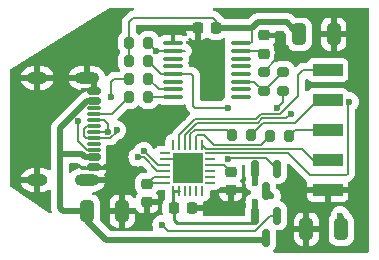
<source format=gbr>
%TF.GenerationSoftware,KiCad,Pcbnew,8.0.4*%
%TF.CreationDate,2024-08-06T21:58:01+07:00*%
%TF.ProjectId,cp2104-pd-source-v01,63703231-3034-42d7-9064-2d736f757263,rev?*%
%TF.SameCoordinates,Original*%
%TF.FileFunction,Copper,L1,Top*%
%TF.FilePolarity,Positive*%
%FSLAX46Y46*%
G04 Gerber Fmt 4.6, Leading zero omitted, Abs format (unit mm)*
G04 Created by KiCad (PCBNEW 8.0.4) date 2024-08-06 21:58:01*
%MOMM*%
%LPD*%
G01*
G04 APERTURE LIST*
G04 Aperture macros list*
%AMRoundRect*
0 Rectangle with rounded corners*
0 $1 Rounding radius*
0 $2 $3 $4 $5 $6 $7 $8 $9 X,Y pos of 4 corners*
0 Add a 4 corners polygon primitive as box body*
4,1,4,$2,$3,$4,$5,$6,$7,$8,$9,$2,$3,0*
0 Add four circle primitives for the rounded corners*
1,1,$1+$1,$2,$3*
1,1,$1+$1,$4,$5*
1,1,$1+$1,$6,$7*
1,1,$1+$1,$8,$9*
0 Add four rect primitives between the rounded corners*
20,1,$1+$1,$2,$3,$4,$5,0*
20,1,$1+$1,$4,$5,$6,$7,0*
20,1,$1+$1,$6,$7,$8,$9,0*
20,1,$1+$1,$8,$9,$2,$3,0*%
G04 Aperture macros list end*
%TA.AperFunction,SMDPad,CuDef*%
%ADD10RoundRect,0.150000X-0.150000X0.587500X-0.150000X-0.587500X0.150000X-0.587500X0.150000X0.587500X0*%
%TD*%
%TA.AperFunction,SMDPad,CuDef*%
%ADD11RoundRect,0.200000X0.200000X0.275000X-0.200000X0.275000X-0.200000X-0.275000X0.200000X-0.275000X0*%
%TD*%
%TA.AperFunction,SMDPad,CuDef*%
%ADD12RoundRect,0.225000X-0.225000X-0.250000X0.225000X-0.250000X0.225000X0.250000X-0.225000X0.250000X0*%
%TD*%
%TA.AperFunction,SMDPad,CuDef*%
%ADD13RoundRect,0.150000X-0.425000X0.150000X-0.425000X-0.150000X0.425000X-0.150000X0.425000X0.150000X0*%
%TD*%
%TA.AperFunction,SMDPad,CuDef*%
%ADD14RoundRect,0.075000X-0.500000X0.075000X-0.500000X-0.075000X0.500000X-0.075000X0.500000X0.075000X0*%
%TD*%
%TA.AperFunction,ComponentPad*%
%ADD15O,2.100000X1.000000*%
%TD*%
%TA.AperFunction,ComponentPad*%
%ADD16O,1.800000X1.000000*%
%TD*%
%TA.AperFunction,SMDPad,CuDef*%
%ADD17RoundRect,0.225000X0.225000X0.250000X-0.225000X0.250000X-0.225000X-0.250000X0.225000X-0.250000X0*%
%TD*%
%TA.AperFunction,SMDPad,CuDef*%
%ADD18RoundRect,0.200000X-0.200000X-0.275000X0.200000X-0.275000X0.200000X0.275000X-0.200000X0.275000X0*%
%TD*%
%TA.AperFunction,SMDPad,CuDef*%
%ADD19RoundRect,0.062500X-0.350000X-0.062500X0.350000X-0.062500X0.350000X0.062500X-0.350000X0.062500X0*%
%TD*%
%TA.AperFunction,SMDPad,CuDef*%
%ADD20RoundRect,0.062500X-0.062500X-0.350000X0.062500X-0.350000X0.062500X0.350000X-0.062500X0.350000X0*%
%TD*%
%TA.AperFunction,HeatsinkPad*%
%ADD21R,2.600000X2.600000*%
%TD*%
%TA.AperFunction,SMDPad,CuDef*%
%ADD22RoundRect,0.225000X0.250000X-0.225000X0.250000X0.225000X-0.250000X0.225000X-0.250000X-0.225000X0*%
%TD*%
%TA.AperFunction,SMDPad,CuDef*%
%ADD23RoundRect,0.250000X-0.325000X-0.650000X0.325000X-0.650000X0.325000X0.650000X-0.325000X0.650000X0*%
%TD*%
%TA.AperFunction,SMDPad,CuDef*%
%ADD24RoundRect,0.225000X-0.250000X0.225000X-0.250000X-0.225000X0.250000X-0.225000X0.250000X0.225000X0*%
%TD*%
%TA.AperFunction,SMDPad,CuDef*%
%ADD25RoundRect,0.250000X0.325000X0.650000X-0.325000X0.650000X-0.325000X-0.650000X0.325000X-0.650000X0*%
%TD*%
%TA.AperFunction,SMDPad,CuDef*%
%ADD26RoundRect,0.200000X0.275000X-0.200000X0.275000X0.200000X-0.275000X0.200000X-0.275000X-0.200000X0*%
%TD*%
%TA.AperFunction,SMDPad,CuDef*%
%ADD27O,1.730000X0.340000*%
%TD*%
%TA.AperFunction,SMDPad,CuDef*%
%ADD28R,2.500000X1.000000*%
%TD*%
%TA.AperFunction,ViaPad*%
%ADD29C,0.600000*%
%TD*%
%TA.AperFunction,Conductor*%
%ADD30C,0.508000*%
%TD*%
%TA.AperFunction,Conductor*%
%ADD31C,0.254000*%
%TD*%
%TA.AperFunction,Conductor*%
%ADD32C,0.200000*%
%TD*%
%TA.AperFunction,Conductor*%
%ADD33C,0.250000*%
%TD*%
G04 APERTURE END LIST*
D10*
%TO.P,Q1,1,G*%
%TO.N,VBUS_EN*%
X140843000Y-67437000D03*
%TO.P,Q1,2,S*%
%TO.N,+5V*%
X138943000Y-67437000D03*
%TO.P,Q1,3,D*%
%TO.N,VBUS*%
X139893000Y-69312000D03*
%TD*%
D11*
%TO.P,R4,1*%
%TO.N,Net-(U2-C0CC1)*%
X129920000Y-57404000D03*
%TO.P,R4,2*%
%TO.N,CC1*%
X128270000Y-57404000D03*
%TD*%
D12*
%TO.P,C1,1*%
%TO.N,+5V*%
X132067000Y-66802000D03*
%TO.P,C1,2*%
%TO.N,GND*%
X133617000Y-66802000D03*
%TD*%
D13*
%TO.P,J1,A1,GND*%
%TO.N,GND*%
X125281000Y-56902000D03*
%TO.P,J1,A4,VBUS*%
%TO.N,VBUS*%
X125281000Y-57702000D03*
D14*
%TO.P,J1,A5,CC1*%
%TO.N,CC1*%
X125281000Y-58852000D03*
%TO.P,J1,A6,D+*%
%TO.N,D+*%
X125281000Y-59852000D03*
%TO.P,J1,A7,D-*%
%TO.N,D-*%
X125281000Y-60352000D03*
%TO.P,J1,A8,SBU1*%
%TO.N,unconnected-(J1-SBU1-PadA8)*%
X125281000Y-61352000D03*
D13*
%TO.P,J1,A9,VBUS*%
%TO.N,VBUS*%
X125281000Y-62502000D03*
%TO.P,J1,A12,GND*%
%TO.N,GND*%
X125281000Y-63302000D03*
%TO.P,J1,B1,GND*%
X125281000Y-63302000D03*
%TO.P,J1,B4,VBUS*%
%TO.N,VBUS*%
X125281000Y-62502000D03*
D14*
%TO.P,J1,B5,CC2*%
%TO.N,CC2*%
X125281000Y-61852000D03*
%TO.P,J1,B6,D+*%
%TO.N,D+*%
X125281000Y-60852000D03*
%TO.P,J1,B7,D-*%
%TO.N,D-*%
X125281000Y-59352000D03*
%TO.P,J1,B8,SBU2*%
%TO.N,unconnected-(J1-SBU2-PadB8)*%
X125281000Y-58352000D03*
D13*
%TO.P,J1,B9,VBUS*%
%TO.N,VBUS*%
X125281000Y-57702000D03*
%TO.P,J1,B12,GND*%
%TO.N,GND*%
X125281000Y-56902000D03*
D15*
%TO.P,J1,S1,SHIELD*%
X124706000Y-55782000D03*
D16*
X120526000Y-55782000D03*
D15*
X124706000Y-64422000D03*
D16*
X120526000Y-64422000D03*
%TD*%
D17*
%TO.P,C5,1*%
%TO.N,+5V*%
X135649000Y-51562000D03*
%TO.P,C5,2*%
%TO.N,GND*%
X134099000Y-51562000D03*
%TD*%
D18*
%TO.P,R6,1*%
%TO.N,+5V*%
X128279900Y-54345433D03*
%TO.P,R6,2*%
%TO.N,VADP_EN*%
X129929900Y-54345433D03*
%TD*%
D11*
%TO.P,R3,1*%
%TO.N,Net-(U2-C0CC2)*%
X129920000Y-55880000D03*
%TO.P,R3,2*%
%TO.N,CC2*%
X128270000Y-55880000D03*
%TD*%
%TO.P,R1,1*%
%TO.N,RXD0*%
X138620000Y-60579000D03*
%TO.P,R1,2*%
%TO.N,Net-(U1-TXD)*%
X136970000Y-60579000D03*
%TD*%
D19*
%TO.P,U1,1,~{RI}*%
%TO.N,unconnected-(U1-~{RI}-Pad1)*%
X131300500Y-62138000D03*
%TO.P,U1,2,GND*%
%TO.N,GND*%
X131300500Y-62638000D03*
%TO.P,U1,3,D+*%
%TO.N,D+*%
X131300500Y-63138000D03*
%TO.P,U1,4,D-*%
%TO.N,D-*%
X131300500Y-63638000D03*
%TO.P,U1,5,VIO*%
%TO.N,Net-(U1-VDD)*%
X131300500Y-64138000D03*
%TO.P,U1,6,VDD*%
X131300500Y-64638000D03*
D20*
%TO.P,U1,7,REGIN*%
%TO.N,+5V*%
X131988000Y-65325500D03*
%TO.P,U1,8,VBUS*%
X132488000Y-65325500D03*
%TO.P,U1,9,~{RST}*%
%TO.N,unconnected-(U1-~{RST}-Pad9)*%
X132988000Y-65325500D03*
%TO.P,U1,10,NC*%
%TO.N,unconnected-(U1-NC-Pad10)*%
X133488000Y-65325500D03*
%TO.P,U1,11,GPIO.3*%
%TO.N,unconnected-(U1-GPIO.3-Pad11)*%
X133988000Y-65325500D03*
%TO.P,U1,12,RS485/GPIO.2*%
%TO.N,unconnected-(U1-RS485{slash}GPIO.2-Pad12)*%
X134488000Y-65325500D03*
D19*
%TO.P,U1,13,RXT/GPIO.1*%
%TO.N,unconnected-(U1-RXT{slash}GPIO.1-Pad13)*%
X135175500Y-64638000D03*
%TO.P,U1,14,TXT/GPIO.0*%
%TO.N,unconnected-(U1-TXT{slash}GPIO.0-Pad14)*%
X135175500Y-64138000D03*
%TO.P,U1,15,~{SUSPEND}*%
%TO.N,unconnected-(U1-~{SUSPEND}-Pad15)*%
X135175500Y-63638000D03*
%TO.P,U1,16,VPP*%
%TO.N,Net-(U1-VPP)*%
X135175500Y-63138000D03*
%TO.P,U1,17,SUSPEND*%
%TO.N,unconnected-(U1-SUSPEND-Pad17)*%
X135175500Y-62638000D03*
%TO.P,U1,18,~{CTS}*%
%TO.N,CTS*%
X135175500Y-62138000D03*
D20*
%TO.P,U1,19,~{RTS}*%
%TO.N,DTR*%
X134488000Y-61450500D03*
%TO.P,U1,20,RXD*%
%TO.N,Net-(U1-RXD)*%
X133988000Y-61450500D03*
%TO.P,U1,21,TXD*%
%TO.N,Net-(U1-TXD)*%
X133488000Y-61450500D03*
%TO.P,U1,22,~{DSR}*%
%TO.N,DSR*%
X132988000Y-61450500D03*
%TO.P,U1,23,~{DTR}*%
%TO.N,RTS*%
X132488000Y-61450500D03*
%TO.P,U1,24,~{DCD}*%
%TO.N,unconnected-(U1-~{DCD}-Pad24)*%
X131988000Y-61450500D03*
D21*
%TO.P,U1,25,GND*%
%TO.N,GND*%
X133238000Y-63388000D03*
%TD*%
D22*
%TO.P,C4,1*%
%TO.N,Net-(U2-PDLDO)*%
X139700000Y-53734000D03*
%TO.P,C4,2*%
%TO.N,GND*%
X139700000Y-52184000D03*
%TD*%
D18*
%TO.P,R5,1*%
%TO.N,+5V*%
X128268684Y-52803312D03*
%TO.P,R5,2*%
%TO.N,VBUS_EN*%
X129918684Y-52803312D03*
%TD*%
D23*
%TO.P,C8,1*%
%TO.N,+5V*%
X142670000Y-52070000D03*
%TO.P,C8,2*%
%TO.N,GND*%
X145620000Y-52070000D03*
%TD*%
%TO.P,C6,1*%
%TO.N,VBUS*%
X124763000Y-67056000D03*
%TO.P,C6,2*%
%TO.N,GND*%
X127713000Y-67056000D03*
%TD*%
D24*
%TO.P,C2,1*%
%TO.N,Net-(U1-VPP)*%
X136906000Y-63741000D03*
%TO.P,C2,2*%
%TO.N,GND*%
X136906000Y-65291000D03*
%TD*%
D10*
%TO.P,Q2,1,G*%
%TO.N,VADP_EN*%
X140843000Y-63500000D03*
%TO.P,Q2,2,S*%
%TO.N,+5V*%
X138943000Y-63500000D03*
%TO.P,Q2,3,D*%
%TO.N,+5V_IN*%
X139893000Y-65375000D03*
%TD*%
D25*
%TO.P,C7,1*%
%TO.N,+5V_IN*%
X146255000Y-68580000D03*
%TO.P,C7,2*%
%TO.N,GND*%
X143305000Y-68580000D03*
%TD*%
D26*
%TO.P,R8,1*%
%TO.N,C1_VBUS_DET*%
X139700000Y-56895000D03*
%TO.P,R8,2*%
%TO.N,GND*%
X139700000Y-55245000D03*
%TD*%
D24*
%TO.P,C3,1*%
%TO.N,Net-(U1-VDD)*%
X129794000Y-64757000D03*
%TO.P,C3,2*%
%TO.N,GND*%
X129794000Y-66307000D03*
%TD*%
D27*
%TO.P,U2,1,VSS*%
%TO.N,GND*%
X132004000Y-52838000D03*
%TO.P,U2,2,VBEN*%
%TO.N,VBUS_EN*%
X132004000Y-53488000D03*
%TO.P,U2,3,AnaDet*%
%TO.N,unconnected-(U2-AnaDet-Pad3)*%
X132004000Y-54138000D03*
%TO.P,U2,4,Vlimited*%
%TO.N,unconnected-(U2-Vlimited-Pad4)*%
X132004000Y-54798000D03*
%TO.P,U2,5,VadpEN*%
%TO.N,VADP_EN*%
X132004000Y-55448000D03*
%TO.P,U2,6,ResetOut*%
%TO.N,unconnected-(U2-ResetOut-Pad6)*%
X132004000Y-56098000D03*
%TO.P,U2,7,C0CC2*%
%TO.N,Net-(U2-C0CC2)*%
X132004000Y-56748000D03*
%TO.P,U2,8,C0CC1*%
%TO.N,Net-(U2-C0CC1)*%
X132004000Y-57398000D03*
%TO.P,U2,9,EN_D+*%
%TO.N,unconnected-(U2-EN_D+-Pad9)*%
X137744000Y-57398000D03*
%TO.P,U2,10,ADC_D-*%
%TO.N,unconnected-(U2-ADC_D--Pad10)*%
X137744000Y-56748000D03*
%TO.P,U2,11,C1DT*%
%TO.N,C1_VBUS_DET*%
X137744000Y-56098000D03*
%TO.P,U2,12,C1CC2*%
%TO.N,unconnected-(U2-C1CC2-Pad12)*%
X137744000Y-55448000D03*
%TO.P,U2,13,C1CC1*%
%TO.N,unconnected-(U2-C1CC1-Pad13)*%
X137744000Y-54798000D03*
%TO.P,U2,14,POL*%
%TO.N,unconnected-(U2-POL-Pad14)*%
X137744000Y-54138000D03*
%TO.P,U2,15,PDLDO*%
%TO.N,Net-(U2-PDLDO)*%
X137744000Y-53488000D03*
%TO.P,U2,16,VDD*%
%TO.N,+5V*%
X137744000Y-52838000D03*
%TD*%
D26*
%TO.P,R7,1*%
%TO.N,+5V_IN*%
X141345390Y-56910925D03*
%TO.P,R7,2*%
%TO.N,C1_VBUS_DET*%
X141345390Y-55260925D03*
%TD*%
D28*
%TO.P,J2,1,Pin_1*%
%TO.N,RTS*%
X145097000Y-55118000D03*
%TO.P,J2,2,Pin_2*%
%TO.N,RXD0*%
X145097000Y-57658000D03*
%TO.P,J2,3,Pin_3*%
%TO.N,TXD0*%
X145097000Y-60198000D03*
%TO.P,J2,4,Pin_4*%
%TO.N,DTR*%
X145097000Y-62738000D03*
%TO.P,J2,5,Pin_5*%
%TO.N,GND*%
X145097000Y-65278000D03*
%TD*%
D11*
%TO.P,R2,1*%
%TO.N,TXD0*%
X141859000Y-60706000D03*
%TO.P,R2,2*%
%TO.N,Net-(U1-RXD)*%
X140209000Y-60706000D03*
%TD*%
D29*
%TO.N,+5V*%
X138943000Y-66299000D03*
X138943000Y-64643000D03*
X138303000Y-51562000D03*
%TO.N,GND*%
X128143000Y-64643000D03*
X141935200Y-63754000D03*
X141605000Y-53975000D03*
X135509000Y-54737000D03*
X147193000Y-51689000D03*
X132461000Y-64262000D03*
X135382000Y-66802000D03*
X141224000Y-69088000D03*
X128143000Y-63881000D03*
X142443200Y-64211200D03*
X127381000Y-63881000D03*
X132461000Y-62738000D03*
X127381000Y-64643000D03*
X147955000Y-52451000D03*
X124587000Y-52959000D03*
X147955000Y-51689000D03*
X134747000Y-53975000D03*
X147193000Y-52451000D03*
X119368846Y-61217520D03*
X132080000Y-59182000D03*
X132842000Y-58420000D03*
X132461000Y-63500000D03*
X120142000Y-61214000D03*
X140843000Y-53213000D03*
X129032000Y-59182000D03*
X134747000Y-54737000D03*
X136906000Y-66802000D03*
X147828000Y-69088000D03*
X119380000Y-60452000D03*
X129032000Y-59944000D03*
X147828000Y-60833000D03*
X125349000Y-52959000D03*
X136144000Y-66802000D03*
X132080000Y-58420000D03*
X141605000Y-53213000D03*
X140843000Y-53975000D03*
X135509000Y-53975000D03*
X129794000Y-59944000D03*
X147828000Y-69850000D03*
X124587000Y-52197000D03*
X125349000Y-52197000D03*
X141224000Y-69850000D03*
X132842000Y-59182000D03*
X147828000Y-60071000D03*
X120142000Y-60452000D03*
X129794000Y-59182000D03*
%TO.N,+5V_IN*%
X140335000Y-65786000D03*
X146177000Y-67437000D03*
X140843000Y-58293000D03*
%TO.N,D+*%
X127254000Y-60198000D03*
X129540000Y-61976000D03*
%TO.N,D-*%
X129025932Y-62490068D03*
X126492000Y-60352000D03*
%TO.N,CC2*%
X123952000Y-59436000D03*
X126746000Y-57404000D03*
%TO.N,CTS*%
X146939000Y-57785000D03*
%TO.N,DSR*%
X141986000Y-58801000D03*
%TO.N,VBUS_EN*%
X130603372Y-53488000D03*
X131064000Y-68199000D03*
%TO.N,VADP_EN*%
X136652000Y-58293000D03*
X136652000Y-62665000D03*
%TD*%
D30*
%TO.N,+5V*%
X142113000Y-51562000D02*
X142113000Y-51513000D01*
X139192000Y-51054000D02*
X138684000Y-51562000D01*
D31*
X131988000Y-65325500D02*
X131988000Y-66723000D01*
D30*
X138943000Y-67437000D02*
X138943000Y-66299000D01*
X142621000Y-52070000D02*
X142113000Y-51562000D01*
D31*
X132067000Y-67805000D02*
X132334000Y-68072000D01*
X131988000Y-66723000D02*
X132067000Y-66802000D01*
X132334000Y-68072000D02*
X138938000Y-68072000D01*
D30*
X138938000Y-66294000D02*
X138943000Y-66299000D01*
D32*
X138684000Y-51562000D02*
X138303000Y-51562000D01*
X135382000Y-50673000D02*
X135649000Y-50940000D01*
X128651000Y-50673000D02*
X135382000Y-50673000D01*
D30*
X141654000Y-51054000D02*
X139192000Y-51054000D01*
D32*
X128279900Y-52814528D02*
X128268684Y-52803312D01*
D30*
X138943000Y-63500000D02*
X138943000Y-64643000D01*
X142113000Y-51513000D02*
X141654000Y-51054000D01*
D32*
X128279900Y-54345433D02*
X128279900Y-52814528D01*
X128268684Y-52803312D02*
X128268684Y-51055316D01*
X135649000Y-50940000D02*
X135649000Y-51562000D01*
D30*
X142670000Y-52070000D02*
X142621000Y-52070000D01*
D32*
X137744000Y-52838000D02*
X138551000Y-52838000D01*
D31*
X132067000Y-66802000D02*
X132067000Y-67805000D01*
D33*
X132488000Y-65325500D02*
X131988000Y-65325500D01*
D32*
X138684000Y-52705000D02*
X138684000Y-51562000D01*
X128268684Y-51055316D02*
X128651000Y-50673000D01*
D30*
X138684000Y-51562000D02*
X135649000Y-51562000D01*
D32*
X138551000Y-52838000D02*
X138684000Y-52705000D01*
D30*
%TO.N,GND*%
X143002000Y-65278000D02*
X142367000Y-64643000D01*
D32*
X140843000Y-53975000D02*
X140843000Y-54102000D01*
D30*
X145097000Y-65278000D02*
X143002000Y-65278000D01*
D32*
X140843000Y-54102000D02*
X139700000Y-55245000D01*
X131300500Y-62638000D02*
X132234000Y-62638000D01*
%TO.N,Net-(U1-VPP)*%
X135175500Y-63138000D02*
X136303000Y-63138000D01*
X136303000Y-63138000D02*
X136906000Y-63741000D01*
%TO.N,Net-(U1-VDD)*%
X131300500Y-64638000D02*
X129913000Y-64638000D01*
X129913000Y-64638000D02*
X129794000Y-64757000D01*
X130413000Y-64138000D02*
X129794000Y-64757000D01*
X131300500Y-64138000D02*
X130413000Y-64138000D01*
%TO.N,Net-(U2-PDLDO)*%
X137744000Y-53488000D02*
X139454000Y-53488000D01*
X139454000Y-53488000D02*
X139700000Y-53734000D01*
D30*
%TO.N,VBUS*%
X122682000Y-67056000D02*
X124763000Y-67056000D01*
X124763000Y-67867000D02*
X126365000Y-69469000D01*
X124763000Y-67056000D02*
X124763000Y-67867000D01*
X139736000Y-69469000D02*
X139893000Y-69312000D01*
X125281000Y-57702000D02*
X124706001Y-57702000D01*
X125281000Y-62502000D02*
X124534830Y-62502000D01*
X124534830Y-62502000D02*
X124262830Y-62230000D01*
X126365000Y-69469000D02*
X139736000Y-69469000D01*
X124262830Y-62230000D02*
X122428000Y-62230000D01*
X124706001Y-57702000D02*
X122428000Y-59980001D01*
X122428000Y-62230000D02*
X122428000Y-62738000D01*
X122428000Y-66802000D02*
X122682000Y-67056000D01*
X122428000Y-62738000D02*
X122428000Y-66802000D01*
X122428000Y-59980001D02*
X122428000Y-62230000D01*
D32*
%TO.N,+5V_IN*%
X141345390Y-57790610D02*
X140843000Y-58293000D01*
D30*
X146255000Y-67515000D02*
X146177000Y-67437000D01*
X139924000Y-65375000D02*
X140335000Y-65786000D01*
X139893000Y-65375000D02*
X139924000Y-65375000D01*
D32*
X141345390Y-56910925D02*
X141345390Y-57790610D01*
D30*
X146255000Y-68580000D02*
X146255000Y-67515000D01*
D32*
%TO.N,D+*%
X130702000Y-63138000D02*
X131300500Y-63138000D01*
X124460000Y-60098001D02*
X124706001Y-59852000D01*
X127254000Y-60335291D02*
X126710291Y-60879000D01*
X124460000Y-60706000D02*
X124460000Y-60098001D01*
X126157000Y-60879000D02*
X126130000Y-60852000D01*
X127254000Y-60198000D02*
X127254000Y-60335291D01*
X125281000Y-60852000D02*
X124606000Y-60852000D01*
X126710291Y-60879000D02*
X126157000Y-60879000D01*
X124606000Y-60852000D02*
X124460000Y-60706000D01*
X126130000Y-60852000D02*
X125281000Y-60852000D01*
X124706001Y-59852000D02*
X125281000Y-59852000D01*
X129540000Y-61976000D02*
X130702000Y-63138000D01*
%TO.N,D-*%
X129025932Y-62490068D02*
X129308777Y-62490068D01*
X126492000Y-59690000D02*
X126492000Y-60352000D01*
X129559000Y-62503000D02*
X130694000Y-63638000D01*
X126492000Y-60352000D02*
X125281000Y-60352000D01*
X129321709Y-62503000D02*
X129559000Y-62503000D01*
X126154000Y-59352000D02*
X126492000Y-59690000D01*
X125281000Y-59352000D02*
X126154000Y-59352000D01*
X129308777Y-62490068D02*
X129321709Y-62503000D01*
X130694000Y-63638000D02*
X131300500Y-63638000D01*
%TO.N,CC1*%
X126822000Y-58852000D02*
X128270000Y-57404000D01*
X125281000Y-58852000D02*
X126822000Y-58852000D01*
%TO.N,CC2*%
X126746000Y-56134000D02*
X126746000Y-57404000D01*
X124706001Y-61852000D02*
X123952000Y-61097999D01*
X127000000Y-55880000D02*
X126746000Y-56134000D01*
X128270000Y-55880000D02*
X127000000Y-55880000D01*
X123952000Y-61097999D02*
X123952000Y-59436000D01*
X125281000Y-61852000D02*
X124706001Y-61852000D01*
%TO.N,TXD0*%
X142367000Y-60198000D02*
X141859000Y-60706000D01*
X145097000Y-60198000D02*
X142367000Y-60198000D01*
%TO.N,RXD0*%
X139636000Y-59563000D02*
X138620000Y-60579000D01*
X144272000Y-57658000D02*
X142367000Y-59563000D01*
X142367000Y-59563000D02*
X139636000Y-59563000D01*
X145097000Y-57658000D02*
X144272000Y-57658000D01*
%TO.N,DTR*%
X134488000Y-61450500D02*
X134823500Y-61786000D01*
X134823500Y-61786000D02*
X142939000Y-61786000D01*
X143891000Y-62738000D02*
X145097000Y-62738000D01*
X142939000Y-61786000D02*
X143891000Y-62738000D01*
%TO.N,RTS*%
X132488000Y-61450500D02*
X132488000Y-60643104D01*
X139419104Y-58855000D02*
X141043000Y-58855000D01*
X143002000Y-55118000D02*
X145097000Y-55118000D01*
X133895104Y-59236000D02*
X139038104Y-59236000D01*
X142621000Y-57277000D02*
X142621000Y-55499000D01*
X139038104Y-59236000D02*
X139419104Y-58855000D01*
X142621000Y-55499000D02*
X143002000Y-55118000D01*
X141043000Y-58855000D02*
X142621000Y-57277000D01*
X132488000Y-60643104D02*
X133895104Y-59236000D01*
%TO.N,CTS*%
X141767000Y-62138000D02*
X143637000Y-64008000D01*
X143637000Y-64008000D02*
X146685000Y-64008000D01*
X146685000Y-64008000D02*
X146812000Y-63881000D01*
X146812000Y-57912000D02*
X146939000Y-57785000D01*
X146812000Y-63881000D02*
X146812000Y-57912000D01*
X135175500Y-62138000D02*
X141767000Y-62138000D01*
%TO.N,DSR*%
X134030552Y-59563000D02*
X139173552Y-59563000D01*
X141605000Y-59182000D02*
X141986000Y-58801000D01*
X132988000Y-61450500D02*
X132988000Y-60605552D01*
X139554552Y-59182000D02*
X141605000Y-59182000D01*
X139173552Y-59563000D02*
X139554552Y-59182000D01*
X132988000Y-60605552D02*
X134030552Y-59563000D01*
%TO.N,VBUS_EN*%
X138947816Y-68707000D02*
X131572000Y-68707000D01*
X140217816Y-67437000D02*
X138947816Y-68707000D01*
X140843000Y-67437000D02*
X140217816Y-67437000D01*
X132004000Y-53488000D02*
X130603372Y-53488000D01*
X130603372Y-53488000D02*
X129918684Y-52803312D01*
X132004000Y-53488000D02*
X132990000Y-53488000D01*
X131572000Y-68707000D02*
X131064000Y-68199000D01*
%TO.N,VADP_EN*%
X136652000Y-62611000D02*
X136652000Y-62665000D01*
X133731000Y-55626000D02*
X133731000Y-58166000D01*
X133553000Y-55448000D02*
X133731000Y-55626000D01*
X131032467Y-55448000D02*
X129929900Y-54345433D01*
X133731000Y-58166000D02*
X133858000Y-58293000D01*
X136727500Y-62535500D02*
X136652000Y-62611000D01*
X140843000Y-63500000D02*
X139878500Y-62535500D01*
X132004000Y-55448000D02*
X133553000Y-55448000D01*
X132004000Y-55448000D02*
X131032467Y-55448000D01*
X139878500Y-62535500D02*
X136727500Y-62535500D01*
X133858000Y-58293000D02*
X136652000Y-58293000D01*
%TO.N,Net-(U1-TXD)*%
X133488000Y-61450500D02*
X133488000Y-60568000D01*
X136589000Y-60198000D02*
X136970000Y-60579000D01*
X133488000Y-60568000D02*
X133858000Y-60198000D01*
X133858000Y-60198000D02*
X136589000Y-60198000D01*
%TO.N,Net-(U1-RXD)*%
X140209000Y-60706000D02*
X139456000Y-61459000D01*
X134112000Y-60579000D02*
X133985000Y-60706000D01*
X133988000Y-60709000D02*
X133988000Y-61450500D01*
X135500000Y-61459000D02*
X134620000Y-60579000D01*
X133985000Y-60706000D02*
X133988000Y-60709000D01*
X134620000Y-60579000D02*
X134112000Y-60579000D01*
X139456000Y-61459000D02*
X135500000Y-61459000D01*
%TO.N,Net-(U2-C0CC2)*%
X130788000Y-56748000D02*
X129920000Y-55880000D01*
X132004000Y-56748000D02*
X130788000Y-56748000D01*
%TO.N,Net-(U2-C0CC1)*%
X132004000Y-57398000D02*
X129926000Y-57398000D01*
X129926000Y-57398000D02*
X129920000Y-57404000D01*
%TO.N,C1_VBUS_DET*%
X137744000Y-56098000D02*
X138903000Y-56098000D01*
X141224000Y-55371000D02*
X139700000Y-56895000D01*
X138903000Y-56098000D02*
X139700000Y-56895000D01*
X141224000Y-55309000D02*
X141224000Y-55371000D01*
%TD*%
%TA.AperFunction,Conductor*%
%TO.N,GND*%
G36*
X148533039Y-49844325D02*
G01*
X148578794Y-49897129D01*
X148590000Y-49948640D01*
X148590000Y-70447360D01*
X148570315Y-70514399D01*
X148517511Y-70560154D01*
X148466000Y-70571360D01*
X140590449Y-70571360D01*
X140523410Y-70551675D01*
X140477655Y-70498871D01*
X140467711Y-70429713D01*
X140496736Y-70366157D01*
X140502768Y-70359679D01*
X140561076Y-70301370D01*
X140561081Y-70301365D01*
X140644744Y-70159898D01*
X140690598Y-70002069D01*
X140693500Y-69965194D01*
X140693500Y-69279986D01*
X142230001Y-69279986D01*
X142240494Y-69382697D01*
X142295641Y-69549119D01*
X142295643Y-69549124D01*
X142387684Y-69698345D01*
X142511654Y-69822315D01*
X142660875Y-69914356D01*
X142660880Y-69914358D01*
X142827302Y-69969505D01*
X142827309Y-69969506D01*
X142930019Y-69979999D01*
X143054999Y-69979999D01*
X143555000Y-69979999D01*
X143679972Y-69979999D01*
X143679986Y-69979998D01*
X143782697Y-69969505D01*
X143949119Y-69914358D01*
X143949124Y-69914356D01*
X144098345Y-69822315D01*
X144222315Y-69698345D01*
X144314356Y-69549124D01*
X144314358Y-69549119D01*
X144369505Y-69382697D01*
X144369506Y-69382690D01*
X144379999Y-69279986D01*
X144380000Y-69279973D01*
X144380000Y-68830000D01*
X143555000Y-68830000D01*
X143555000Y-69979999D01*
X143054999Y-69979999D01*
X143055000Y-69979998D01*
X143055000Y-68830000D01*
X142230001Y-68830000D01*
X142230001Y-69279986D01*
X140693500Y-69279986D01*
X140693500Y-68799000D01*
X140713185Y-68731961D01*
X140765989Y-68686206D01*
X140817500Y-68675000D01*
X141058686Y-68675000D01*
X141058694Y-68675000D01*
X141095569Y-68672098D01*
X141095571Y-68672097D01*
X141095573Y-68672097D01*
X141137191Y-68660005D01*
X141253398Y-68626244D01*
X141394865Y-68542581D01*
X141511081Y-68426365D01*
X141594744Y-68284898D01*
X141640598Y-68127069D01*
X141643500Y-68090194D01*
X141643500Y-67880013D01*
X142230000Y-67880013D01*
X142230000Y-68330000D01*
X143055000Y-68330000D01*
X143555000Y-68330000D01*
X144379999Y-68330000D01*
X144379999Y-67880028D01*
X144379998Y-67880013D01*
X144379995Y-67879983D01*
X145179500Y-67879983D01*
X145179500Y-69280001D01*
X145179501Y-69280018D01*
X145190000Y-69382796D01*
X145190001Y-69382799D01*
X145243815Y-69545197D01*
X145245186Y-69549334D01*
X145337288Y-69698656D01*
X145461344Y-69822712D01*
X145610666Y-69914814D01*
X145777203Y-69969999D01*
X145879991Y-69980500D01*
X146630008Y-69980499D01*
X146630016Y-69980498D01*
X146630019Y-69980498D01*
X146686302Y-69974748D01*
X146732797Y-69969999D01*
X146899334Y-69914814D01*
X147048656Y-69822712D01*
X147172712Y-69698656D01*
X147264814Y-69549334D01*
X147319999Y-69382797D01*
X147330500Y-69280009D01*
X147330499Y-67879992D01*
X147319999Y-67777203D01*
X147264814Y-67610666D01*
X147172712Y-67461344D01*
X147048656Y-67337288D01*
X147014808Y-67316410D01*
X146968085Y-67264464D01*
X146965357Y-67258351D01*
X146948793Y-67218362D01*
X146946321Y-67211886D01*
X146942060Y-67199708D01*
X146902789Y-67087478D01*
X146806816Y-66934738D01*
X146679262Y-66807184D01*
X146677378Y-66806000D01*
X146526523Y-66711211D01*
X146356254Y-66651631D01*
X146356249Y-66651630D01*
X146177004Y-66631435D01*
X146176996Y-66631435D01*
X145997750Y-66651630D01*
X145997745Y-66651631D01*
X145827476Y-66711211D01*
X145674737Y-66807184D01*
X145547184Y-66934737D01*
X145451210Y-67087478D01*
X145391630Y-67257750D01*
X145377536Y-67382836D01*
X145350469Y-67447250D01*
X145342006Y-67456624D01*
X145337291Y-67461339D01*
X145337286Y-67461345D01*
X145245189Y-67610659D01*
X145245185Y-67610668D01*
X145245115Y-67610880D01*
X145190001Y-67777203D01*
X145190001Y-67777204D01*
X145190000Y-67777204D01*
X145179500Y-67879983D01*
X144379995Y-67879983D01*
X144369505Y-67777302D01*
X144314358Y-67610880D01*
X144314356Y-67610875D01*
X144222315Y-67461654D01*
X144098345Y-67337684D01*
X143949124Y-67245643D01*
X143949119Y-67245641D01*
X143782697Y-67190494D01*
X143782690Y-67190493D01*
X143679986Y-67180000D01*
X143555000Y-67180000D01*
X143555000Y-68330000D01*
X143055000Y-68330000D01*
X143055000Y-67180000D01*
X142930027Y-67180000D01*
X142930012Y-67180001D01*
X142827302Y-67190494D01*
X142660880Y-67245641D01*
X142660875Y-67245643D01*
X142511654Y-67337684D01*
X142387684Y-67461654D01*
X142295643Y-67610875D01*
X142295641Y-67610880D01*
X142240494Y-67777302D01*
X142240493Y-67777309D01*
X142230000Y-67880013D01*
X141643500Y-67880013D01*
X141643500Y-66783806D01*
X141640598Y-66746931D01*
X141635007Y-66727688D01*
X141594745Y-66589106D01*
X141594744Y-66589103D01*
X141594744Y-66589102D01*
X141511081Y-66447635D01*
X141511079Y-66447633D01*
X141511076Y-66447629D01*
X141394870Y-66331423D01*
X141394862Y-66331417D01*
X141293709Y-66271596D01*
X141253398Y-66247756D01*
X141253397Y-66247755D01*
X141253396Y-66247755D01*
X141253393Y-66247753D01*
X141168583Y-66223114D01*
X141109697Y-66185508D01*
X141080491Y-66122035D01*
X141086137Y-66063083D01*
X141120366Y-65965262D01*
X141120369Y-65965249D01*
X141136076Y-65825844D01*
X143347000Y-65825844D01*
X143353401Y-65885372D01*
X143353403Y-65885379D01*
X143403645Y-66020086D01*
X143403649Y-66020093D01*
X143489809Y-66135187D01*
X143489812Y-66135190D01*
X143604906Y-66221350D01*
X143604913Y-66221354D01*
X143739620Y-66271596D01*
X143739627Y-66271598D01*
X143799155Y-66277999D01*
X143799172Y-66278000D01*
X144847000Y-66278000D01*
X145347000Y-66278000D01*
X146394828Y-66278000D01*
X146394844Y-66277999D01*
X146454372Y-66271598D01*
X146454379Y-66271596D01*
X146589086Y-66221354D01*
X146589093Y-66221350D01*
X146704187Y-66135190D01*
X146704190Y-66135187D01*
X146790350Y-66020093D01*
X146790354Y-66020086D01*
X146840596Y-65885379D01*
X146840598Y-65885372D01*
X146846999Y-65825844D01*
X146847000Y-65825827D01*
X146847000Y-65528000D01*
X145347000Y-65528000D01*
X145347000Y-66278000D01*
X144847000Y-66278000D01*
X144847000Y-65528000D01*
X143347000Y-65528000D01*
X143347000Y-65825844D01*
X141136076Y-65825844D01*
X141140565Y-65786003D01*
X141140565Y-65785996D01*
X141120369Y-65606750D01*
X141120368Y-65606745D01*
X141108471Y-65572745D01*
X141060789Y-65436478D01*
X141059885Y-65435040D01*
X140977356Y-65303696D01*
X140964816Y-65283738D01*
X140837262Y-65156184D01*
X140837260Y-65156182D01*
X140751527Y-65102312D01*
X140705236Y-65049977D01*
X140693500Y-64997319D01*
X140693500Y-64862000D01*
X140713185Y-64794961D01*
X140765989Y-64749206D01*
X140817500Y-64738000D01*
X141058686Y-64738000D01*
X141058694Y-64738000D01*
X141095569Y-64735098D01*
X141095571Y-64735097D01*
X141095573Y-64735097D01*
X141169255Y-64713690D01*
X141253398Y-64689244D01*
X141394865Y-64605581D01*
X141511081Y-64489365D01*
X141594744Y-64347898D01*
X141640598Y-64190069D01*
X141643500Y-64153194D01*
X141643500Y-63163097D01*
X141663185Y-63096058D01*
X141715989Y-63050303D01*
X141785147Y-63040359D01*
X141848703Y-63069384D01*
X141855181Y-63075416D01*
X143152139Y-64372374D01*
X143152149Y-64372385D01*
X143156479Y-64376715D01*
X143156480Y-64376716D01*
X143268284Y-64488520D01*
X143268286Y-64488521D01*
X143268290Y-64488524D01*
X143303369Y-64508777D01*
X143351585Y-64559343D01*
X143364809Y-64627950D01*
X143357552Y-64659496D01*
X143353402Y-64670622D01*
X143353401Y-64670624D01*
X143347000Y-64730155D01*
X143347000Y-65028000D01*
X146847000Y-65028000D01*
X146847000Y-64730172D01*
X146846999Y-64730163D01*
X146843162Y-64694480D01*
X146855565Y-64625720D01*
X146903174Y-64574581D01*
X146914294Y-64569015D01*
X146916785Y-64567577D01*
X146986889Y-64527102D01*
X147053716Y-64488520D01*
X147165520Y-64376716D01*
X147165520Y-64376714D01*
X147180714Y-64361520D01*
X147180716Y-64361520D01*
X147292520Y-64249716D01*
X147345772Y-64157480D01*
X147371577Y-64112785D01*
X147412500Y-63960057D01*
X147412500Y-63801943D01*
X147412500Y-58494940D01*
X147432185Y-58427901D01*
X147448819Y-58407259D01*
X147482992Y-58373086D01*
X147568816Y-58287262D01*
X147664789Y-58134522D01*
X147724368Y-57964255D01*
X147724369Y-57964249D01*
X147744565Y-57785003D01*
X147744565Y-57784996D01*
X147724369Y-57605750D01*
X147724368Y-57605745D01*
X147709903Y-57564406D01*
X147664789Y-57435478D01*
X147568816Y-57282738D01*
X147441262Y-57155184D01*
X147288523Y-57059211D01*
X147118254Y-56999631D01*
X147118249Y-56999630D01*
X146939004Y-56979435D01*
X146939003Y-56979435D01*
X146939001Y-56979435D01*
X146939000Y-56979435D01*
X146923463Y-56981185D01*
X146914972Y-56982142D01*
X146846150Y-56970085D01*
X146794772Y-56922735D01*
X146792258Y-56918346D01*
X146790794Y-56915666D01*
X146704547Y-56800455D01*
X146704544Y-56800452D01*
X146589335Y-56714206D01*
X146589328Y-56714202D01*
X146454482Y-56663908D01*
X146454483Y-56663908D01*
X146394883Y-56657501D01*
X146394881Y-56657500D01*
X146394873Y-56657500D01*
X146394864Y-56657500D01*
X143799129Y-56657500D01*
X143799123Y-56657501D01*
X143739516Y-56663908D01*
X143604671Y-56714202D01*
X143604664Y-56714206D01*
X143489455Y-56800452D01*
X143444766Y-56860149D01*
X143388832Y-56902019D01*
X143319140Y-56907003D01*
X143257818Y-56873517D01*
X143224333Y-56812193D01*
X143221500Y-56785837D01*
X143221500Y-55990162D01*
X143241185Y-55923123D01*
X143293989Y-55877368D01*
X143363147Y-55867424D01*
X143426703Y-55896449D01*
X143444763Y-55915847D01*
X143489454Y-55975546D01*
X143535643Y-56010123D01*
X143604664Y-56061793D01*
X143604671Y-56061797D01*
X143739517Y-56112091D01*
X143739516Y-56112091D01*
X143746444Y-56112835D01*
X143799127Y-56118500D01*
X146394872Y-56118499D01*
X146454483Y-56112091D01*
X146589331Y-56061796D01*
X146704546Y-55975546D01*
X146790796Y-55860331D01*
X146841091Y-55725483D01*
X146847500Y-55665873D01*
X146847499Y-54570128D01*
X146841091Y-54510517D01*
X146839202Y-54505453D01*
X146790797Y-54375671D01*
X146790793Y-54375664D01*
X146704547Y-54260455D01*
X146704544Y-54260452D01*
X146589335Y-54174206D01*
X146589328Y-54174202D01*
X146454482Y-54123908D01*
X146454483Y-54123908D01*
X146394883Y-54117501D01*
X146394881Y-54117500D01*
X146394873Y-54117500D01*
X146394864Y-54117500D01*
X143799129Y-54117500D01*
X143799123Y-54117501D01*
X143739516Y-54123908D01*
X143604671Y-54174202D01*
X143604664Y-54174206D01*
X143489455Y-54260452D01*
X143489452Y-54260455D01*
X143403206Y-54375664D01*
X143403202Y-54375671D01*
X143380391Y-54436833D01*
X143338520Y-54492767D01*
X143273056Y-54517184D01*
X143264209Y-54517500D01*
X142922940Y-54517500D01*
X142882019Y-54528464D01*
X142882019Y-54528465D01*
X142868946Y-54531968D01*
X142770214Y-54558423D01*
X142770209Y-54558426D01*
X142633290Y-54637475D01*
X142633282Y-54637481D01*
X142521478Y-54749286D01*
X142521477Y-54749287D01*
X142464012Y-54806751D01*
X142402689Y-54840235D01*
X142332997Y-54835250D01*
X142277064Y-54793379D01*
X142267817Y-54777696D01*
X142267748Y-54777738D01*
X142250549Y-54749287D01*
X142175862Y-54625740D01*
X142175860Y-54625738D01*
X142175859Y-54625736D01*
X142055578Y-54505455D01*
X141909996Y-54417447D01*
X141775929Y-54375671D01*
X141747586Y-54366839D01*
X141747584Y-54366838D01*
X141747582Y-54366838D01*
X141698168Y-54362348D01*
X141677006Y-54360425D01*
X141013774Y-54360425D01*
X140994535Y-54362173D01*
X140943197Y-54366838D01*
X140943194Y-54366839D01*
X140780784Y-54417447D01*
X140780782Y-54417448D01*
X140773623Y-54419679D01*
X140773188Y-54418284D01*
X140712247Y-54426697D01*
X140648856Y-54397316D01*
X140611412Y-54338327D01*
X140611804Y-54268458D01*
X140612848Y-54265146D01*
X140665349Y-54106708D01*
X140675500Y-54007345D01*
X140675499Y-53460656D01*
X140675381Y-53459505D01*
X140665349Y-53361292D01*
X140665348Y-53361289D01*
X140649251Y-53312712D01*
X140612003Y-53200303D01*
X140611999Y-53200297D01*
X140611998Y-53200294D01*
X140522970Y-53055959D01*
X140522967Y-53055955D01*
X140513339Y-53046327D01*
X140479854Y-52985004D01*
X140484838Y-52915312D01*
X140513345Y-52870959D01*
X140522573Y-52861731D01*
X140611542Y-52717492D01*
X140611547Y-52717481D01*
X140664855Y-52556606D01*
X140674999Y-52457322D01*
X140675000Y-52457309D01*
X140675000Y-52434000D01*
X139574000Y-52434000D01*
X139506961Y-52414315D01*
X139461206Y-52361511D01*
X139450000Y-52310000D01*
X139450000Y-52058000D01*
X139469685Y-51990961D01*
X139522489Y-51945206D01*
X139574000Y-51934000D01*
X140674999Y-51934000D01*
X140674999Y-51932500D01*
X140694684Y-51865461D01*
X140747488Y-51819706D01*
X140798999Y-51808500D01*
X141290113Y-51808500D01*
X141357152Y-51828185D01*
X141377794Y-51844819D01*
X141422183Y-51889208D01*
X141440868Y-51914402D01*
X141440985Y-51914324D01*
X141442573Y-51916700D01*
X141443863Y-51918440D01*
X141444373Y-51919395D01*
X141526940Y-52042966D01*
X141526943Y-52042969D01*
X141558180Y-52074205D01*
X141591666Y-52135527D01*
X141594500Y-52161887D01*
X141594500Y-52770001D01*
X141594501Y-52770019D01*
X141605000Y-52872796D01*
X141605001Y-52872799D01*
X141649631Y-53007481D01*
X141660186Y-53039334D01*
X141752288Y-53188656D01*
X141876344Y-53312712D01*
X142025666Y-53404814D01*
X142192203Y-53459999D01*
X142294991Y-53470500D01*
X143045008Y-53470499D01*
X143045016Y-53470498D01*
X143045019Y-53470498D01*
X143101302Y-53464748D01*
X143147797Y-53459999D01*
X143314334Y-53404814D01*
X143463656Y-53312712D01*
X143587712Y-53188656D01*
X143679814Y-53039334D01*
X143734999Y-52872797D01*
X143745500Y-52770009D01*
X143745500Y-52769986D01*
X144545001Y-52769986D01*
X144555494Y-52872697D01*
X144610641Y-53039119D01*
X144610643Y-53039124D01*
X144702684Y-53188345D01*
X144826654Y-53312315D01*
X144975875Y-53404356D01*
X144975880Y-53404358D01*
X145142302Y-53459505D01*
X145142309Y-53459506D01*
X145245019Y-53469999D01*
X145369999Y-53469999D01*
X145870000Y-53469999D01*
X145994972Y-53469999D01*
X145994986Y-53469998D01*
X146097697Y-53459505D01*
X146264119Y-53404358D01*
X146264124Y-53404356D01*
X146413345Y-53312315D01*
X146537315Y-53188345D01*
X146629356Y-53039124D01*
X146629358Y-53039119D01*
X146684505Y-52872697D01*
X146684506Y-52872690D01*
X146694999Y-52769986D01*
X146695000Y-52769973D01*
X146695000Y-52320000D01*
X145870000Y-52320000D01*
X145870000Y-53469999D01*
X145369999Y-53469999D01*
X145370000Y-53469998D01*
X145370000Y-52320000D01*
X144545001Y-52320000D01*
X144545001Y-52769986D01*
X143745500Y-52769986D01*
X143745499Y-51370013D01*
X144545000Y-51370013D01*
X144545000Y-51820000D01*
X145370000Y-51820000D01*
X145870000Y-51820000D01*
X146694999Y-51820000D01*
X146694999Y-51370028D01*
X146694998Y-51370013D01*
X146684505Y-51267302D01*
X146629358Y-51100880D01*
X146629356Y-51100875D01*
X146537315Y-50951654D01*
X146413345Y-50827684D01*
X146264124Y-50735643D01*
X146264119Y-50735641D01*
X146097697Y-50680494D01*
X146097690Y-50680493D01*
X145994986Y-50670000D01*
X145870000Y-50670000D01*
X145870000Y-51820000D01*
X145370000Y-51820000D01*
X145370000Y-50670000D01*
X145245027Y-50670000D01*
X145245012Y-50670001D01*
X145142302Y-50680494D01*
X144975880Y-50735641D01*
X144975875Y-50735643D01*
X144826654Y-50827684D01*
X144702684Y-50951654D01*
X144610643Y-51100875D01*
X144610641Y-51100880D01*
X144555494Y-51267302D01*
X144555493Y-51267309D01*
X144545000Y-51370013D01*
X143745499Y-51370013D01*
X143745499Y-51369992D01*
X143734999Y-51267203D01*
X143679814Y-51100666D01*
X143587712Y-50951344D01*
X143463656Y-50827288D01*
X143320571Y-50739033D01*
X143314336Y-50735187D01*
X143314331Y-50735185D01*
X143287563Y-50726315D01*
X143147797Y-50680001D01*
X143147795Y-50680000D01*
X143045016Y-50669500D01*
X143045009Y-50669500D01*
X142387887Y-50669500D01*
X142320848Y-50649815D01*
X142300206Y-50633181D01*
X142134969Y-50467943D01*
X142134968Y-50467942D01*
X142011392Y-50385372D01*
X142011391Y-50385371D01*
X142011389Y-50385370D01*
X142011386Y-50385368D01*
X142011381Y-50385366D01*
X141900648Y-50339500D01*
X141874080Y-50328495D01*
X141874070Y-50328493D01*
X141849894Y-50323684D01*
X141728314Y-50299499D01*
X141728312Y-50299499D01*
X141579688Y-50299499D01*
X141573574Y-50299499D01*
X141573554Y-50299500D01*
X139117683Y-50299500D01*
X138971927Y-50328493D01*
X138971919Y-50328495D01*
X138834608Y-50385371D01*
X138711035Y-50467939D01*
X138711034Y-50467940D01*
X138658488Y-50520487D01*
X138605941Y-50573034D01*
X138605939Y-50573036D01*
X138479883Y-50699090D01*
X138452659Y-50726315D01*
X138391335Y-50759799D01*
X138351096Y-50761853D01*
X138303004Y-50756435D01*
X138302996Y-50756435D01*
X138123750Y-50776630D01*
X138123737Y-50776633D01*
X138055415Y-50800541D01*
X138014460Y-50807500D01*
X136446874Y-50807500D01*
X136379835Y-50787815D01*
X136359193Y-50771181D01*
X136327043Y-50739031D01*
X136327040Y-50739029D01*
X136197328Y-50659021D01*
X136155038Y-50615483D01*
X136131548Y-50574796D01*
X136129521Y-50571285D01*
X136013385Y-50455149D01*
X136013374Y-50455139D01*
X135869590Y-50311355D01*
X135869588Y-50311352D01*
X135750717Y-50192481D01*
X135750716Y-50192480D01*
X135663904Y-50142360D01*
X135663904Y-50142359D01*
X135663900Y-50142358D01*
X135613785Y-50113423D01*
X135461057Y-50072499D01*
X135461055Y-50072499D01*
X135454067Y-50071579D01*
X135390172Y-50043310D01*
X135351702Y-49984985D01*
X135350873Y-49915120D01*
X135387946Y-49855898D01*
X135451153Y-49826120D01*
X135470256Y-49824640D01*
X148466000Y-49824640D01*
X148533039Y-49844325D01*
G37*
%TD.AperFunction*%
%TA.AperFunction,Conductor*%
G36*
X131029422Y-58007938D02*
G01*
X131113422Y-58042733D01*
X131242957Y-58068499D01*
X131242961Y-58068500D01*
X131242962Y-58068500D01*
X132765039Y-58068500D01*
X132765040Y-58068499D01*
X132894578Y-58042733D01*
X132959046Y-58016028D01*
X133028515Y-58008560D01*
X133090995Y-58039835D01*
X133126647Y-58099924D01*
X133130499Y-58130590D01*
X133130499Y-58245054D01*
X133130498Y-58245054D01*
X133130499Y-58245057D01*
X133171423Y-58397785D01*
X133172893Y-58400331D01*
X133172894Y-58400332D01*
X133172894Y-58400333D01*
X133250477Y-58534712D01*
X133250481Y-58534717D01*
X133369349Y-58653585D01*
X133369355Y-58653590D01*
X133373139Y-58657374D01*
X133373160Y-58657397D01*
X133411133Y-58695369D01*
X133444619Y-58756691D01*
X133439635Y-58826383D01*
X133411134Y-58870732D01*
X132119286Y-60162582D01*
X132007481Y-60274386D01*
X132007475Y-60274394D01*
X131965434Y-60347213D01*
X131965434Y-60347214D01*
X131928423Y-60411318D01*
X131928422Y-60411322D01*
X131916275Y-60456651D01*
X131879909Y-60516310D01*
X131817061Y-60546838D01*
X131812687Y-60547493D01*
X131778535Y-60551989D01*
X131778527Y-60551991D01*
X131641574Y-60608719D01*
X131641571Y-60608720D01*
X131641571Y-60608721D01*
X131523964Y-60698964D01*
X131447588Y-60798500D01*
X131433719Y-60816574D01*
X131376991Y-60953527D01*
X131376990Y-60953529D01*
X131362501Y-61063589D01*
X131362500Y-61063605D01*
X131362500Y-61388500D01*
X131342815Y-61455539D01*
X131290011Y-61501294D01*
X131238500Y-61512500D01*
X130913596Y-61512500D01*
X130803536Y-61526988D01*
X130803527Y-61526991D01*
X130666574Y-61583719D01*
X130666571Y-61583720D01*
X130666571Y-61583721D01*
X130627762Y-61613500D01*
X130548961Y-61673966D01*
X130505540Y-61730554D01*
X130449112Y-61771757D01*
X130379366Y-61775911D01*
X130318446Y-61741698D01*
X130290123Y-61696021D01*
X130265789Y-61626478D01*
X130194172Y-61512500D01*
X130169816Y-61473738D01*
X130042262Y-61346184D01*
X129977482Y-61305480D01*
X129889523Y-61250211D01*
X129719254Y-61190631D01*
X129719249Y-61190630D01*
X129540004Y-61170435D01*
X129539996Y-61170435D01*
X129360750Y-61190630D01*
X129360745Y-61190631D01*
X129190476Y-61250211D01*
X129037737Y-61346184D01*
X128910184Y-61473737D01*
X128814212Y-61626475D01*
X128814211Y-61626477D01*
X128798213Y-61672196D01*
X128757490Y-61728972D01*
X128722128Y-61748281D01*
X128676409Y-61764279D01*
X128676407Y-61764280D01*
X128523669Y-61860252D01*
X128396116Y-61987805D01*
X128300143Y-62140544D01*
X128240563Y-62310813D01*
X128240562Y-62310818D01*
X128220367Y-62490064D01*
X128220367Y-62490071D01*
X128240562Y-62669317D01*
X128240563Y-62669322D01*
X128300143Y-62839591D01*
X128361658Y-62937491D01*
X128396116Y-62992330D01*
X128523670Y-63119884D01*
X128552408Y-63137941D01*
X128647441Y-63197655D01*
X128676410Y-63215857D01*
X128806636Y-63261425D01*
X128846677Y-63275436D01*
X128846682Y-63275437D01*
X129025928Y-63295633D01*
X129025932Y-63295633D01*
X129025936Y-63295633D01*
X129205181Y-63275437D01*
X129205183Y-63275436D01*
X129205187Y-63275436D01*
X129205190Y-63275434D01*
X129205194Y-63275434D01*
X129336853Y-63229364D01*
X129406631Y-63225801D01*
X129465489Y-63258724D01*
X129801584Y-63594819D01*
X129835069Y-63656142D01*
X129830085Y-63725834D01*
X129788213Y-63781767D01*
X129722749Y-63806184D01*
X129713904Y-63806500D01*
X129495663Y-63806500D01*
X129495644Y-63806501D01*
X129396292Y-63816650D01*
X129396289Y-63816651D01*
X129235305Y-63869996D01*
X129235294Y-63870001D01*
X129090959Y-63959029D01*
X129090955Y-63959032D01*
X128971032Y-64078955D01*
X128971029Y-64078959D01*
X128882001Y-64223294D01*
X128881996Y-64223305D01*
X128828651Y-64384290D01*
X128818500Y-64483647D01*
X128818500Y-65030337D01*
X128818501Y-65030355D01*
X128828650Y-65129707D01*
X128828651Y-65129710D01*
X128881996Y-65290694D01*
X128882001Y-65290705D01*
X128971029Y-65435040D01*
X128971032Y-65435044D01*
X128980660Y-65444672D01*
X129014145Y-65505995D01*
X129009161Y-65575687D01*
X128980663Y-65620031D01*
X128971428Y-65629265D01*
X128971424Y-65629271D01*
X128882457Y-65773507D01*
X128882453Y-65773516D01*
X128842001Y-65895592D01*
X128802228Y-65953036D01*
X128737712Y-65979859D01*
X128668936Y-65967544D01*
X128636773Y-65941413D01*
X128635424Y-65942763D01*
X128506345Y-65813684D01*
X128357124Y-65721643D01*
X128357119Y-65721641D01*
X128190697Y-65666494D01*
X128190690Y-65666493D01*
X128087986Y-65656000D01*
X127963000Y-65656000D01*
X127963000Y-66806000D01*
X128791976Y-66806000D01*
X128859015Y-66825685D01*
X128897514Y-66864902D01*
X128971426Y-66984731D01*
X129091267Y-67104572D01*
X129091271Y-67104575D01*
X129235507Y-67193542D01*
X129235518Y-67193547D01*
X129396393Y-67246855D01*
X129495683Y-67256999D01*
X130044000Y-67256999D01*
X130092308Y-67256999D01*
X130092322Y-67256998D01*
X130191607Y-67246855D01*
X130352481Y-67193547D01*
X130352492Y-67193542D01*
X130496728Y-67104575D01*
X130496732Y-67104572D01*
X130616572Y-66984732D01*
X130616575Y-66984728D01*
X130705542Y-66840492D01*
X130705547Y-66840481D01*
X130758855Y-66679606D01*
X130768999Y-66580322D01*
X130769000Y-66580309D01*
X130769000Y-66557000D01*
X130044000Y-66557000D01*
X130044000Y-67256999D01*
X129495683Y-67256999D01*
X129543999Y-67256998D01*
X129544000Y-67256998D01*
X129544000Y-66181000D01*
X129563685Y-66113961D01*
X129616489Y-66068206D01*
X129668000Y-66057000D01*
X130768999Y-66057000D01*
X130768999Y-66033692D01*
X130768998Y-66033677D01*
X130758855Y-65934392D01*
X130705547Y-65773518D01*
X130705542Y-65773507D01*
X130616575Y-65629271D01*
X130616572Y-65629267D01*
X130607339Y-65620034D01*
X130573854Y-65558711D01*
X130578838Y-65489019D01*
X130607343Y-65444668D01*
X130616968Y-65435044D01*
X130694971Y-65308581D01*
X130746917Y-65261859D01*
X130815880Y-65250638D01*
X130816641Y-65250735D01*
X130913599Y-65263500D01*
X131236500Y-65263499D01*
X131303539Y-65283183D01*
X131349294Y-65335987D01*
X131360500Y-65387499D01*
X131360500Y-65956126D01*
X131340815Y-66023165D01*
X131324181Y-66043807D01*
X131269032Y-66098955D01*
X131269029Y-66098959D01*
X131180001Y-66243294D01*
X131179996Y-66243305D01*
X131126651Y-66404290D01*
X131116500Y-66503647D01*
X131116500Y-67100337D01*
X131116501Y-67100355D01*
X131126650Y-67199707D01*
X131126652Y-67199714D01*
X131138195Y-67234549D01*
X131140596Y-67304378D01*
X131104864Y-67364419D01*
X131042343Y-67395611D01*
X131034373Y-67396772D01*
X130884749Y-67413630D01*
X130884745Y-67413631D01*
X130714476Y-67473211D01*
X130561737Y-67569184D01*
X130434184Y-67696737D01*
X130338211Y-67849476D01*
X130278631Y-68019745D01*
X130278630Y-68019750D01*
X130258435Y-68198996D01*
X130258435Y-68199003D01*
X130278630Y-68378249D01*
X130278631Y-68378254D01*
X130338569Y-68549545D01*
X130342130Y-68619324D01*
X130307401Y-68679952D01*
X130245408Y-68712179D01*
X130221527Y-68714500D01*
X126728886Y-68714500D01*
X126661847Y-68694815D01*
X126641205Y-68678181D01*
X125869091Y-67906066D01*
X125835606Y-67844743D01*
X125833414Y-67805788D01*
X125838500Y-67756009D01*
X125838500Y-67755986D01*
X126638001Y-67755986D01*
X126648494Y-67858697D01*
X126703641Y-68025119D01*
X126703643Y-68025124D01*
X126795684Y-68174345D01*
X126919654Y-68298315D01*
X127068875Y-68390356D01*
X127068880Y-68390358D01*
X127235302Y-68445505D01*
X127235309Y-68445506D01*
X127338019Y-68455999D01*
X127462999Y-68455999D01*
X127963000Y-68455999D01*
X128087972Y-68455999D01*
X128087986Y-68455998D01*
X128190697Y-68445505D01*
X128357119Y-68390358D01*
X128357124Y-68390356D01*
X128506345Y-68298315D01*
X128630315Y-68174345D01*
X128722356Y-68025124D01*
X128722358Y-68025119D01*
X128777505Y-67858697D01*
X128777506Y-67858690D01*
X128787999Y-67755986D01*
X128788000Y-67755973D01*
X128788000Y-67306000D01*
X127963000Y-67306000D01*
X127963000Y-68455999D01*
X127462999Y-68455999D01*
X127463000Y-68455998D01*
X127463000Y-67306000D01*
X126638001Y-67306000D01*
X126638001Y-67755986D01*
X125838500Y-67755986D01*
X125838499Y-66356013D01*
X126638000Y-66356013D01*
X126638000Y-66806000D01*
X127463000Y-66806000D01*
X127463000Y-65656000D01*
X127338027Y-65656000D01*
X127338012Y-65656001D01*
X127235302Y-65666494D01*
X127068880Y-65721641D01*
X127068875Y-65721643D01*
X126919654Y-65813684D01*
X126795684Y-65937654D01*
X126703643Y-66086875D01*
X126703641Y-66086880D01*
X126648494Y-66253302D01*
X126648493Y-66253309D01*
X126638000Y-66356013D01*
X125838499Y-66356013D01*
X125838499Y-66355992D01*
X125827999Y-66253203D01*
X125772814Y-66086666D01*
X125680712Y-65937344D01*
X125556656Y-65813288D01*
X125407334Y-65721186D01*
X125240797Y-65666001D01*
X125240795Y-65666000D01*
X125234371Y-65663872D01*
X125235288Y-65661104D01*
X125185199Y-65633961D01*
X125151519Y-65572745D01*
X125156280Y-65503038D01*
X125197973Y-65446971D01*
X125263359Y-65422345D01*
X125272600Y-65422000D01*
X125354492Y-65422000D01*
X125354495Y-65421999D01*
X125547681Y-65383572D01*
X125547693Y-65383569D01*
X125729671Y-65308192D01*
X125729684Y-65308185D01*
X125893462Y-65198751D01*
X125893466Y-65198748D01*
X126032748Y-65059466D01*
X126032751Y-65059462D01*
X126142185Y-64895684D01*
X126142192Y-64895671D01*
X126217569Y-64713692D01*
X126217569Y-64713690D01*
X126225862Y-64672000D01*
X125422988Y-64672000D01*
X125440205Y-64662060D01*
X125496060Y-64606205D01*
X125535556Y-64537796D01*
X125556000Y-64461496D01*
X125556000Y-64382504D01*
X125535556Y-64306204D01*
X125496060Y-64237795D01*
X125440205Y-64181940D01*
X125422988Y-64172000D01*
X126225862Y-64172000D01*
X126217569Y-64130309D01*
X126217569Y-64130307D01*
X126170008Y-64015483D01*
X126162539Y-63946014D01*
X126193814Y-63883535D01*
X126196889Y-63880348D01*
X126223683Y-63853553D01*
X126223686Y-63853550D01*
X126307281Y-63712198D01*
X126353100Y-63554486D01*
X126353295Y-63552001D01*
X126353295Y-63552000D01*
X124287000Y-63552000D01*
X124219961Y-63532315D01*
X124174206Y-63479511D01*
X124163000Y-63428000D01*
X124163000Y-63421506D01*
X124160912Y-63422000D01*
X124057504Y-63422000D01*
X123864318Y-63460427D01*
X123864306Y-63460430D01*
X123682328Y-63535807D01*
X123682315Y-63535814D01*
X123518537Y-63645248D01*
X123518533Y-63645251D01*
X123394181Y-63769604D01*
X123332858Y-63803089D01*
X123263166Y-63798105D01*
X123207233Y-63756233D01*
X123182816Y-63690769D01*
X123182500Y-63681923D01*
X123182500Y-63108500D01*
X123202185Y-63041461D01*
X123254989Y-62995706D01*
X123306500Y-62984500D01*
X123898943Y-62984500D01*
X123965982Y-63004185D01*
X123986619Y-63020814D01*
X124020639Y-63054834D01*
X124053865Y-63088060D01*
X124177436Y-63170628D01*
X124177438Y-63170628D01*
X124177440Y-63170630D01*
X124204507Y-63181841D01*
X124208364Y-63183439D01*
X124244104Y-63212239D01*
X124299610Y-63221233D01*
X124310636Y-63225801D01*
X124314750Y-63227505D01*
X124314754Y-63227506D01*
X124338934Y-63232315D01*
X124338940Y-63232316D01*
X124460516Y-63256501D01*
X124460518Y-63256501D01*
X124587445Y-63256501D01*
X124622039Y-63261424D01*
X124753431Y-63299598D01*
X124790306Y-63302500D01*
X124790314Y-63302500D01*
X125771686Y-63302500D01*
X125771694Y-63302500D01*
X125808569Y-63299598D01*
X125808571Y-63299597D01*
X125808573Y-63299597D01*
X125850191Y-63287505D01*
X125966398Y-63253744D01*
X126107865Y-63170081D01*
X126189628Y-63088317D01*
X126250949Y-63054834D01*
X126277308Y-63052000D01*
X126353295Y-63052000D01*
X126353295Y-63051998D01*
X126353100Y-63049508D01*
X126320555Y-62937491D01*
X126320555Y-62868302D01*
X126353598Y-62754569D01*
X126356500Y-62717694D01*
X126356500Y-62286306D01*
X126353598Y-62249431D01*
X126331432Y-62173137D01*
X126331631Y-62103272D01*
X126335946Y-62091094D01*
X126341687Y-62077236D01*
X126356500Y-61964720D01*
X126356500Y-61739280D01*
X126341687Y-61626764D01*
X126341686Y-61626763D01*
X126340755Y-61619685D01*
X126351520Y-61550650D01*
X126397900Y-61498394D01*
X126463694Y-61479500D01*
X126623622Y-61479500D01*
X126623638Y-61479501D01*
X126631234Y-61479501D01*
X126789345Y-61479501D01*
X126789348Y-61479501D01*
X126942076Y-61438577D01*
X126942078Y-61438575D01*
X126942080Y-61438575D01*
X126942081Y-61438574D01*
X126992486Y-61409473D01*
X126992487Y-61409472D01*
X127079007Y-61359520D01*
X127190811Y-61247716D01*
X127190812Y-61247714D01*
X127446936Y-60991589D01*
X127493658Y-60962231D01*
X127603522Y-60923789D01*
X127756262Y-60827816D01*
X127883816Y-60700262D01*
X127979789Y-60547522D01*
X128039368Y-60377255D01*
X128050958Y-60274394D01*
X128059565Y-60198003D01*
X128059565Y-60197996D01*
X128039369Y-60018750D01*
X128039368Y-60018745D01*
X127979788Y-59848476D01*
X127883815Y-59695737D01*
X127756262Y-59568184D01*
X127603523Y-59472211D01*
X127433254Y-59412631D01*
X127433249Y-59412630D01*
X127399144Y-59408788D01*
X127334730Y-59381722D01*
X127295174Y-59324127D01*
X127293037Y-59254290D01*
X127325344Y-59197889D01*
X128107416Y-58415819D01*
X128168739Y-58382334D01*
X128195097Y-58379500D01*
X128526613Y-58379500D01*
X128526616Y-58379500D01*
X128597196Y-58373086D01*
X128759606Y-58322478D01*
X128905185Y-58234472D01*
X128950289Y-58189368D01*
X129007319Y-58132339D01*
X129068642Y-58098854D01*
X129138334Y-58103838D01*
X129182681Y-58132339D01*
X129284811Y-58234469D01*
X129284813Y-58234470D01*
X129284815Y-58234472D01*
X129430394Y-58322478D01*
X129592804Y-58373086D01*
X129663384Y-58379500D01*
X129663387Y-58379500D01*
X130176613Y-58379500D01*
X130176616Y-58379500D01*
X130247196Y-58373086D01*
X130409606Y-58322478D01*
X130555185Y-58234472D01*
X130675472Y-58114185D01*
X130703090Y-58068499D01*
X130709226Y-58058350D01*
X130760754Y-58011162D01*
X130815343Y-57998500D01*
X130981970Y-57998500D01*
X131029422Y-58007938D01*
G37*
%TD.AperFunction*%
%TA.AperFunction,Conductor*%
G36*
X138085539Y-63155685D02*
G01*
X138131294Y-63208489D01*
X138142500Y-63260000D01*
X138142500Y-64153201D01*
X138145401Y-64190067D01*
X138145402Y-64190070D01*
X138183322Y-64320588D01*
X138183123Y-64390458D01*
X138181288Y-64396138D01*
X138157632Y-64463742D01*
X138157630Y-64463750D01*
X138137435Y-64642996D01*
X138137435Y-64643003D01*
X138157630Y-64822249D01*
X138157631Y-64822254D01*
X138217211Y-64992523D01*
X138281626Y-65095038D01*
X138313184Y-65145262D01*
X138440738Y-65272816D01*
X138469208Y-65290705D01*
X138589048Y-65366006D01*
X138635339Y-65418341D01*
X138645987Y-65487395D01*
X138617612Y-65551243D01*
X138589048Y-65575994D01*
X138440737Y-65669184D01*
X138313184Y-65796737D01*
X138217211Y-65949476D01*
X138157631Y-66119745D01*
X138157630Y-66119750D01*
X138137435Y-66298996D01*
X138137435Y-66299003D01*
X138157630Y-66478246D01*
X138157631Y-66478252D01*
X138180494Y-66543591D01*
X138184055Y-66613370D01*
X138182528Y-66619140D01*
X138145402Y-66746926D01*
X138145401Y-66746932D01*
X138142500Y-66783798D01*
X138142500Y-67320500D01*
X138122815Y-67387539D01*
X138070011Y-67433294D01*
X138018500Y-67444500D01*
X134647427Y-67444500D01*
X134580388Y-67424815D01*
X134534633Y-67372011D01*
X134524689Y-67302853D01*
X134529721Y-67281497D01*
X134556855Y-67199608D01*
X134566999Y-67100322D01*
X134567000Y-67100309D01*
X134567000Y-67052000D01*
X133491000Y-67052000D01*
X133423961Y-67032315D01*
X133378206Y-66979511D01*
X133367000Y-66928000D01*
X133367000Y-66676000D01*
X133386685Y-66608961D01*
X133439489Y-66563206D01*
X133491000Y-66552000D01*
X134566999Y-66552000D01*
X134566999Y-66503692D01*
X134566998Y-66503677D01*
X134556856Y-66404395D01*
X134552635Y-66391658D01*
X134550231Y-66321829D01*
X134585961Y-66261786D01*
X134648480Y-66230592D01*
X134654119Y-66229715D01*
X134697472Y-66224009D01*
X134834429Y-66167279D01*
X134952036Y-66077036D01*
X135042279Y-65959429D01*
X135099009Y-65822472D01*
X135113500Y-65712401D01*
X135113500Y-65564322D01*
X135931001Y-65564322D01*
X135941144Y-65663607D01*
X135994452Y-65824481D01*
X135994457Y-65824492D01*
X136083424Y-65968728D01*
X136083427Y-65968732D01*
X136203267Y-66088572D01*
X136203271Y-66088575D01*
X136347507Y-66177542D01*
X136347518Y-66177547D01*
X136508393Y-66230855D01*
X136607683Y-66240999D01*
X137156000Y-66240999D01*
X137204308Y-66240999D01*
X137204322Y-66240998D01*
X137303607Y-66230855D01*
X137464481Y-66177547D01*
X137464492Y-66177542D01*
X137608728Y-66088575D01*
X137608732Y-66088572D01*
X137728572Y-65968732D01*
X137728575Y-65968728D01*
X137817542Y-65824492D01*
X137817547Y-65824481D01*
X137870855Y-65663606D01*
X137881000Y-65564319D01*
X137881000Y-65541000D01*
X137156000Y-65541000D01*
X137156000Y-66240999D01*
X136607683Y-66240999D01*
X136655999Y-66240998D01*
X136656000Y-66240998D01*
X136656000Y-65541000D01*
X135931001Y-65541000D01*
X135931001Y-65564322D01*
X135113500Y-65564322D01*
X135113499Y-65387498D01*
X135133183Y-65320460D01*
X135185987Y-65274705D01*
X135237499Y-65263499D01*
X135562403Y-65263499D01*
X135672463Y-65249011D01*
X135672467Y-65249009D01*
X135672472Y-65249009D01*
X135809429Y-65192279D01*
X135927036Y-65102036D01*
X135936645Y-65089512D01*
X135993073Y-65048311D01*
X136035021Y-65041000D01*
X137880999Y-65041000D01*
X137880999Y-65017692D01*
X137880998Y-65017677D01*
X137870855Y-64918392D01*
X137817547Y-64757518D01*
X137817542Y-64757507D01*
X137728575Y-64613271D01*
X137728572Y-64613267D01*
X137719339Y-64604034D01*
X137685854Y-64542711D01*
X137690838Y-64473019D01*
X137719343Y-64428668D01*
X137728968Y-64419044D01*
X137818003Y-64274697D01*
X137871349Y-64113708D01*
X137881500Y-64014345D01*
X137881499Y-63467656D01*
X137880245Y-63455384D01*
X137871349Y-63368292D01*
X137867105Y-63355485D01*
X137848388Y-63299002D01*
X137845987Y-63229176D01*
X137881718Y-63169134D01*
X137944239Y-63137941D01*
X137966095Y-63136000D01*
X138018500Y-63136000D01*
X138085539Y-63155685D01*
G37*
%TD.AperFunction*%
%TA.AperFunction,Conductor*%
G36*
X128629791Y-49844325D02*
G01*
X128675546Y-49897129D01*
X128685490Y-49966287D01*
X128656465Y-50029843D01*
X128597687Y-50067617D01*
X128578939Y-50071579D01*
X128571940Y-50072500D01*
X128531019Y-50083464D01*
X128531019Y-50083465D01*
X128493751Y-50093451D01*
X128419214Y-50113423D01*
X128419209Y-50113426D01*
X128282290Y-50192475D01*
X128282282Y-50192481D01*
X127788163Y-50686600D01*
X127766886Y-50723454D01*
X127757893Y-50739032D01*
X127709107Y-50823531D01*
X127668183Y-50976259D01*
X127668183Y-50976261D01*
X127668183Y-51144362D01*
X127668184Y-51144375D01*
X127668184Y-51886792D01*
X127648499Y-51953831D01*
X127631865Y-51974473D01*
X127513215Y-52093122D01*
X127513214Y-52093123D01*
X127425206Y-52238705D01*
X127374597Y-52401119D01*
X127368184Y-52471698D01*
X127368184Y-53134925D01*
X127374597Y-53205504D01*
X127374597Y-53205506D01*
X127374598Y-53205508D01*
X127425206Y-53367918D01*
X127486916Y-53469999D01*
X127516840Y-53519498D01*
X127534676Y-53587053D01*
X127516840Y-53647797D01*
X127436423Y-53780824D01*
X127436422Y-53780826D01*
X127436422Y-53780827D01*
X127412774Y-53856717D01*
X127385813Y-53943240D01*
X127379400Y-54013819D01*
X127379400Y-54677046D01*
X127385813Y-54747625D01*
X127385813Y-54747627D01*
X127385814Y-54747629D01*
X127436422Y-54910039D01*
X127515215Y-55040378D01*
X127533051Y-55107931D01*
X127515215Y-55168677D01*
X127484401Y-55219650D01*
X127432874Y-55266837D01*
X127378284Y-55279500D01*
X127079057Y-55279500D01*
X126920942Y-55279500D01*
X126768215Y-55320423D01*
X126768214Y-55320423D01*
X126768212Y-55320424D01*
X126768209Y-55320425D01*
X126718096Y-55349359D01*
X126718095Y-55349360D01*
X126674689Y-55374420D01*
X126631285Y-55399479D01*
X126631282Y-55399481D01*
X126548764Y-55482000D01*
X126519480Y-55511284D01*
X126519478Y-55511286D01*
X126463404Y-55567360D01*
X126435180Y-55595584D01*
X126373856Y-55629068D01*
X126304165Y-55624084D01*
X126248231Y-55582212D01*
X126225881Y-55532092D01*
X126217570Y-55490310D01*
X126217569Y-55490306D01*
X126142192Y-55308328D01*
X126142185Y-55308315D01*
X126032751Y-55144537D01*
X126032748Y-55144533D01*
X125893466Y-55005251D01*
X125893462Y-55005248D01*
X125729684Y-54895814D01*
X125729671Y-54895807D01*
X125547693Y-54820430D01*
X125547681Y-54820427D01*
X125354495Y-54782000D01*
X124956000Y-54782000D01*
X124956000Y-55482000D01*
X124456000Y-55482000D01*
X124456000Y-54782000D01*
X124057504Y-54782000D01*
X123864318Y-54820427D01*
X123864306Y-54820430D01*
X123682328Y-54895807D01*
X123682315Y-54895814D01*
X123518537Y-55005248D01*
X123518533Y-55005251D01*
X123379251Y-55144533D01*
X123379248Y-55144537D01*
X123269814Y-55308315D01*
X123269807Y-55308328D01*
X123194430Y-55490307D01*
X123194430Y-55490309D01*
X123186138Y-55532000D01*
X123989012Y-55532000D01*
X123971795Y-55541940D01*
X123915940Y-55597795D01*
X123876444Y-55666204D01*
X123856000Y-55742504D01*
X123856000Y-55821496D01*
X123876444Y-55897796D01*
X123915940Y-55966205D01*
X123971795Y-56022060D01*
X123989012Y-56032000D01*
X123186138Y-56032000D01*
X123194430Y-56073690D01*
X123194430Y-56073692D01*
X123269807Y-56255671D01*
X123269814Y-56255684D01*
X123379248Y-56419462D01*
X123379251Y-56419466D01*
X123518533Y-56558748D01*
X123518537Y-56558751D01*
X123682315Y-56668185D01*
X123682328Y-56668192D01*
X123864306Y-56743569D01*
X123864318Y-56743572D01*
X124057504Y-56781999D01*
X124057508Y-56782000D01*
X124163000Y-56782000D01*
X124163000Y-56776000D01*
X124182685Y-56708961D01*
X124235489Y-56663206D01*
X124287000Y-56652000D01*
X125031000Y-56652000D01*
X125031000Y-56183000D01*
X125050685Y-56115961D01*
X125089878Y-56082000D01*
X125295496Y-56082000D01*
X125371796Y-56061556D01*
X125376223Y-56059000D01*
X125407000Y-56059000D01*
X125474039Y-56078685D01*
X125519794Y-56131489D01*
X125531000Y-56183000D01*
X125531000Y-56777500D01*
X125511315Y-56844539D01*
X125458511Y-56890294D01*
X125407000Y-56901500D01*
X124790298Y-56901500D01*
X124753432Y-56904401D01*
X124753426Y-56904402D01*
X124595597Y-56950257D01*
X124588793Y-56953201D01*
X124563753Y-56961012D01*
X124535983Y-56966536D01*
X124515653Y-56970581D01*
X124515651Y-56970581D01*
X124485928Y-56976493D01*
X124485920Y-56976495D01*
X124430064Y-56999632D01*
X124430063Y-56999632D01*
X124348611Y-57033370D01*
X124348609Y-57033371D01*
X124312500Y-57057499D01*
X124225034Y-57115941D01*
X124185792Y-57155184D01*
X124119942Y-57221034D01*
X124119940Y-57221036D01*
X121841943Y-59499031D01*
X121841942Y-59499032D01*
X121759367Y-59622615D01*
X121742840Y-59662518D01*
X121742840Y-59662519D01*
X121702496Y-59759917D01*
X121702495Y-59759919D01*
X121702495Y-59759921D01*
X121699354Y-59775714D01*
X121699354Y-59775715D01*
X121673499Y-59905687D01*
X121673499Y-60060426D01*
X121673500Y-60060447D01*
X121673500Y-63486785D01*
X121653815Y-63553824D01*
X121601011Y-63599579D01*
X121531853Y-63609523D01*
X121480609Y-63589887D01*
X121399684Y-63535814D01*
X121399671Y-63535807D01*
X121217693Y-63460430D01*
X121217681Y-63460427D01*
X121024495Y-63422000D01*
X120776000Y-63422000D01*
X120776000Y-64122000D01*
X120276000Y-64122000D01*
X120276000Y-63422000D01*
X120027504Y-63422000D01*
X119834318Y-63460427D01*
X119834306Y-63460430D01*
X119652328Y-63535807D01*
X119652315Y-63535814D01*
X119488537Y-63645248D01*
X119488533Y-63645251D01*
X119349251Y-63784533D01*
X119349248Y-63784537D01*
X119239814Y-63948315D01*
X119239807Y-63948328D01*
X119164430Y-64130307D01*
X119164430Y-64130309D01*
X119156138Y-64172000D01*
X119959012Y-64172000D01*
X119941795Y-64181940D01*
X119885940Y-64237795D01*
X119846444Y-64306204D01*
X119826000Y-64382504D01*
X119826000Y-64461496D01*
X119846444Y-64537796D01*
X119885940Y-64606205D01*
X119941795Y-64662060D01*
X119959012Y-64672000D01*
X119156138Y-64672000D01*
X119164430Y-64713690D01*
X119164430Y-64713692D01*
X119239807Y-64895671D01*
X119239814Y-64895684D01*
X119349248Y-65059462D01*
X119349251Y-65059466D01*
X119488533Y-65198748D01*
X119488537Y-65198751D01*
X119652315Y-65308185D01*
X119652328Y-65308192D01*
X119834306Y-65383569D01*
X119834318Y-65383572D01*
X120027504Y-65421999D01*
X120027508Y-65422000D01*
X120276000Y-65422000D01*
X120276000Y-64722000D01*
X120776000Y-64722000D01*
X120776000Y-65422000D01*
X121024492Y-65422000D01*
X121024495Y-65421999D01*
X121217681Y-65383572D01*
X121217693Y-65383569D01*
X121399671Y-65308192D01*
X121399678Y-65308188D01*
X121480608Y-65254112D01*
X121547285Y-65233234D01*
X121614666Y-65251718D01*
X121661356Y-65303696D01*
X121673500Y-65357214D01*
X121673500Y-66722552D01*
X121673499Y-66722578D01*
X121673499Y-66876314D01*
X121695126Y-66985035D01*
X121695126Y-66985036D01*
X121702492Y-67022072D01*
X121702495Y-67022080D01*
X121726053Y-67078955D01*
X121730077Y-67088669D01*
X121737542Y-67158139D01*
X121706263Y-67220617D01*
X121646173Y-67256266D01*
X121576348Y-67253768D01*
X121546614Y-67239213D01*
X118279401Y-65055743D01*
X118234600Y-65002127D01*
X118224300Y-64952646D01*
X118224300Y-55532000D01*
X119156138Y-55532000D01*
X119959012Y-55532000D01*
X119941795Y-55541940D01*
X119885940Y-55597795D01*
X119846444Y-55666204D01*
X119826000Y-55742504D01*
X119826000Y-55821496D01*
X119846444Y-55897796D01*
X119885940Y-55966205D01*
X119941795Y-56022060D01*
X119959012Y-56032000D01*
X119156138Y-56032000D01*
X119164430Y-56073690D01*
X119164430Y-56073692D01*
X119239807Y-56255671D01*
X119239814Y-56255684D01*
X119349248Y-56419462D01*
X119349251Y-56419466D01*
X119488533Y-56558748D01*
X119488537Y-56558751D01*
X119652315Y-56668185D01*
X119652328Y-56668192D01*
X119834306Y-56743569D01*
X119834318Y-56743572D01*
X120027504Y-56781999D01*
X120027508Y-56782000D01*
X120276000Y-56782000D01*
X120276000Y-56082000D01*
X120776000Y-56082000D01*
X120776000Y-56782000D01*
X121024492Y-56782000D01*
X121024495Y-56781999D01*
X121217681Y-56743572D01*
X121217693Y-56743569D01*
X121399671Y-56668192D01*
X121399684Y-56668185D01*
X121563462Y-56558751D01*
X121563466Y-56558748D01*
X121702748Y-56419466D01*
X121702751Y-56419462D01*
X121812185Y-56255684D01*
X121812192Y-56255671D01*
X121887569Y-56073692D01*
X121887569Y-56073690D01*
X121895862Y-56032000D01*
X121092988Y-56032000D01*
X121110205Y-56022060D01*
X121166060Y-55966205D01*
X121205556Y-55897796D01*
X121226000Y-55821496D01*
X121226000Y-55742504D01*
X121205556Y-55666204D01*
X121166060Y-55597795D01*
X121110205Y-55541940D01*
X121092988Y-55532000D01*
X121895862Y-55532000D01*
X121887569Y-55490309D01*
X121887569Y-55490307D01*
X121812192Y-55308328D01*
X121812185Y-55308315D01*
X121702751Y-55144537D01*
X121702748Y-55144533D01*
X121563466Y-55005251D01*
X121563462Y-55005248D01*
X121399684Y-54895814D01*
X121399671Y-54895807D01*
X121217693Y-54820430D01*
X121217681Y-54820427D01*
X121024495Y-54782000D01*
X120776000Y-54782000D01*
X120776000Y-55482000D01*
X120276000Y-55482000D01*
X120276000Y-54782000D01*
X120027504Y-54782000D01*
X119834318Y-54820427D01*
X119834306Y-54820430D01*
X119652328Y-54895807D01*
X119652315Y-54895814D01*
X119488537Y-55005248D01*
X119488533Y-55005251D01*
X119349251Y-55144533D01*
X119349248Y-55144537D01*
X119239814Y-55308315D01*
X119239807Y-55308328D01*
X119164430Y-55490307D01*
X119164430Y-55490309D01*
X119156138Y-55532000D01*
X118224300Y-55532000D01*
X118224300Y-55123562D01*
X118243985Y-55056523D01*
X118283015Y-55018140D01*
X125198656Y-50735643D01*
X126639801Y-49843217D01*
X126705084Y-49824640D01*
X128562752Y-49824640D01*
X128629791Y-49844325D01*
G37*
%TD.AperFunction*%
%TA.AperFunction,Conductor*%
G36*
X133770514Y-62347501D02*
G01*
X133770674Y-62346905D01*
X133778524Y-62349008D01*
X133778526Y-62349008D01*
X133778528Y-62349009D01*
X133888599Y-62363500D01*
X134087400Y-62363499D01*
X134128830Y-62358045D01*
X134197866Y-62368811D01*
X134250121Y-62415191D01*
X134269006Y-62482460D01*
X134267954Y-62497169D01*
X134262500Y-62538597D01*
X134262500Y-62737403D01*
X134276989Y-62847468D01*
X134279094Y-62855322D01*
X134275814Y-62856200D01*
X134281581Y-62910073D01*
X134278517Y-62920522D01*
X134279095Y-62920677D01*
X134276990Y-62928529D01*
X134262500Y-63038598D01*
X134262500Y-63237403D01*
X134276989Y-63347468D01*
X134279094Y-63355322D01*
X134275814Y-63356200D01*
X134281581Y-63410073D01*
X134278517Y-63420522D01*
X134279095Y-63420677D01*
X134276990Y-63428529D01*
X134262500Y-63538598D01*
X134262500Y-63737403D01*
X134276989Y-63847468D01*
X134279094Y-63855322D01*
X134275814Y-63856200D01*
X134281581Y-63910073D01*
X134278517Y-63920522D01*
X134279095Y-63920677D01*
X134276990Y-63928529D01*
X134262500Y-64038598D01*
X134262500Y-64237396D01*
X134267955Y-64278833D01*
X134257187Y-64347868D01*
X134210806Y-64400123D01*
X134143536Y-64419006D01*
X134128830Y-64417954D01*
X134087401Y-64412500D01*
X133888596Y-64412500D01*
X133778531Y-64426989D01*
X133770678Y-64429094D01*
X133769802Y-64425824D01*
X133715853Y-64431567D01*
X133705477Y-64428518D01*
X133705323Y-64429095D01*
X133697470Y-64426990D01*
X133587401Y-64412500D01*
X133388596Y-64412500D01*
X133278531Y-64426989D01*
X133270678Y-64429094D01*
X133269802Y-64425824D01*
X133215853Y-64431567D01*
X133205477Y-64428518D01*
X133205323Y-64429095D01*
X133197470Y-64426990D01*
X133087401Y-64412500D01*
X132888596Y-64412500D01*
X132778531Y-64426989D01*
X132770678Y-64429094D01*
X132769802Y-64425824D01*
X132715853Y-64431567D01*
X132705477Y-64428518D01*
X132705323Y-64429095D01*
X132697470Y-64426990D01*
X132587401Y-64412500D01*
X132388603Y-64412500D01*
X132347166Y-64417955D01*
X132278131Y-64407187D01*
X132225876Y-64360805D01*
X132206993Y-64293536D01*
X132208045Y-64278833D01*
X132213500Y-64237401D01*
X132213499Y-64038600D01*
X132199009Y-63928528D01*
X132199008Y-63928525D01*
X132196905Y-63920674D01*
X132200207Y-63919789D01*
X132194392Y-63866075D01*
X132197501Y-63855485D01*
X132196905Y-63855326D01*
X132199008Y-63847475D01*
X132199008Y-63847474D01*
X132199009Y-63847472D01*
X132213500Y-63737401D01*
X132213499Y-63538600D01*
X132213131Y-63535807D01*
X132205720Y-63479511D01*
X132199009Y-63428528D01*
X132199008Y-63428525D01*
X132196905Y-63420674D01*
X132200207Y-63419789D01*
X132194392Y-63366075D01*
X132197501Y-63355485D01*
X132196905Y-63355326D01*
X132199008Y-63347475D01*
X132199008Y-63347474D01*
X132199009Y-63347472D01*
X132213500Y-63237401D01*
X132213499Y-63038600D01*
X132213499Y-63038598D01*
X132213499Y-63038596D01*
X132199011Y-62928536D01*
X132196906Y-62920682D01*
X132200007Y-62919850D01*
X132194128Y-62865382D01*
X132197147Y-62855389D01*
X132196418Y-62855194D01*
X132198521Y-62847342D01*
X132209626Y-62763000D01*
X132181506Y-62763000D01*
X132114467Y-62743315D01*
X132083115Y-62714466D01*
X132082348Y-62713466D01*
X132057167Y-62648292D01*
X132071219Y-62579850D01*
X132082348Y-62562534D01*
X132083115Y-62561534D01*
X132139534Y-62520319D01*
X132181506Y-62513000D01*
X132209626Y-62513000D01*
X132207533Y-62497103D01*
X132218298Y-62428068D01*
X132264678Y-62375812D01*
X132331947Y-62356926D01*
X132346651Y-62357977D01*
X132388599Y-62363500D01*
X132587400Y-62363499D01*
X132587401Y-62363499D01*
X132604087Y-62361302D01*
X132697472Y-62349009D01*
X132697475Y-62349007D01*
X132705326Y-62346905D01*
X132706210Y-62350207D01*
X132759925Y-62344392D01*
X132770514Y-62347501D01*
X132770674Y-62346905D01*
X132778524Y-62349008D01*
X132778526Y-62349008D01*
X132778528Y-62349009D01*
X132888599Y-62363500D01*
X133087400Y-62363499D01*
X133087401Y-62363499D01*
X133104087Y-62361302D01*
X133197472Y-62349009D01*
X133197475Y-62349007D01*
X133205326Y-62346905D01*
X133206210Y-62350207D01*
X133259925Y-62344392D01*
X133270514Y-62347501D01*
X133270674Y-62346905D01*
X133278524Y-62349008D01*
X133278526Y-62349008D01*
X133278528Y-62349009D01*
X133388599Y-62363500D01*
X133587400Y-62363499D01*
X133587401Y-62363499D01*
X133604087Y-62361302D01*
X133697472Y-62349009D01*
X133697475Y-62349007D01*
X133705326Y-62346905D01*
X133706210Y-62350207D01*
X133759925Y-62344392D01*
X133770514Y-62347501D01*
G37*
%TD.AperFunction*%
%TA.AperFunction,Conductor*%
G36*
X133126177Y-51293185D02*
G01*
X133146819Y-51309819D01*
X133149000Y-51312000D01*
X134225000Y-51312000D01*
X134292039Y-51331685D01*
X134337794Y-51384489D01*
X134349000Y-51436000D01*
X134349000Y-52536999D01*
X134372308Y-52536999D01*
X134372322Y-52536998D01*
X134471607Y-52526855D01*
X134632481Y-52473547D01*
X134632492Y-52473542D01*
X134776731Y-52384573D01*
X134785959Y-52375345D01*
X134847279Y-52341856D01*
X134916971Y-52346835D01*
X134961327Y-52375339D01*
X134970955Y-52384967D01*
X134970959Y-52384970D01*
X135115294Y-52473998D01*
X135115297Y-52473999D01*
X135115303Y-52474003D01*
X135276292Y-52527349D01*
X135375655Y-52537500D01*
X135922344Y-52537499D01*
X135922352Y-52537498D01*
X135922355Y-52537498D01*
X135976760Y-52531940D01*
X136021708Y-52527349D01*
X136182697Y-52474003D01*
X136247577Y-52433984D01*
X136314966Y-52415544D01*
X136381630Y-52436466D01*
X136426400Y-52490107D01*
X136435062Y-52559437D01*
X136427233Y-52586975D01*
X136404267Y-52642422D01*
X136404266Y-52642425D01*
X136404266Y-52642426D01*
X136404265Y-52642429D01*
X136378500Y-52771957D01*
X136378500Y-52904042D01*
X136404265Y-53033570D01*
X136404268Y-53033582D01*
X136438219Y-53115548D01*
X136445688Y-53185018D01*
X136438219Y-53210452D01*
X136404268Y-53292417D01*
X136404265Y-53292429D01*
X136378500Y-53421957D01*
X136378500Y-53554042D01*
X136404265Y-53683570D01*
X136404268Y-53683582D01*
X136438219Y-53765548D01*
X136445688Y-53835018D01*
X136438219Y-53860452D01*
X136404268Y-53942417D01*
X136404265Y-53942429D01*
X136378500Y-54071957D01*
X136378500Y-54204042D01*
X136404265Y-54333570D01*
X136404267Y-54333578D01*
X136440291Y-54420547D01*
X136447760Y-54490017D01*
X136440291Y-54515453D01*
X136404267Y-54602421D01*
X136404265Y-54602429D01*
X136378500Y-54731957D01*
X136378500Y-54864042D01*
X136404265Y-54993570D01*
X136404268Y-54993582D01*
X136438219Y-55075548D01*
X136445688Y-55145018D01*
X136438219Y-55170452D01*
X136404268Y-55252417D01*
X136404265Y-55252429D01*
X136378500Y-55381957D01*
X136378500Y-55514042D01*
X136404265Y-55643570D01*
X136404268Y-55643582D01*
X136438219Y-55725548D01*
X136445688Y-55795018D01*
X136438219Y-55820452D01*
X136404268Y-55902417D01*
X136404265Y-55902429D01*
X136378500Y-56031957D01*
X136378500Y-56164042D01*
X136404265Y-56293570D01*
X136404268Y-56293582D01*
X136438219Y-56375548D01*
X136445688Y-56445018D01*
X136438219Y-56470452D01*
X136404268Y-56552417D01*
X136404265Y-56552429D01*
X136378500Y-56681957D01*
X136378500Y-56814042D01*
X136404265Y-56943570D01*
X136404268Y-56943582D01*
X136438219Y-57025548D01*
X136445688Y-57095018D01*
X136438219Y-57120452D01*
X136404268Y-57202417D01*
X136404265Y-57202429D01*
X136378500Y-57331957D01*
X136378500Y-57452686D01*
X136358815Y-57519725D01*
X136308301Y-57564406D01*
X136302481Y-57567208D01*
X136149736Y-57663185D01*
X136146903Y-57665445D01*
X136144724Y-57666334D01*
X136143842Y-57666889D01*
X136143744Y-57666734D01*
X136082217Y-57691855D01*
X136069588Y-57692500D01*
X134455500Y-57692500D01*
X134388461Y-57672815D01*
X134342706Y-57620011D01*
X134331500Y-57568500D01*
X134331500Y-55715059D01*
X134331501Y-55715046D01*
X134331501Y-55546945D01*
X134331501Y-55546943D01*
X134290577Y-55394215D01*
X134290576Y-55394214D01*
X134290576Y-55394212D01*
X134290575Y-55394211D01*
X134247042Y-55318810D01*
X134247042Y-55318809D01*
X134211524Y-55257290D01*
X134211521Y-55257286D01*
X134211520Y-55257284D01*
X134099716Y-55145480D01*
X134099715Y-55145479D01*
X134095385Y-55141149D01*
X134095374Y-55141139D01*
X134040590Y-55086355D01*
X134040588Y-55086352D01*
X133921717Y-54967481D01*
X133921716Y-54967480D01*
X133823740Y-54910914D01*
X133784785Y-54888423D01*
X133632057Y-54847499D01*
X133493266Y-54847499D01*
X133426227Y-54827814D01*
X133380472Y-54775010D01*
X133369862Y-54735646D01*
X133369500Y-54731970D01*
X133369500Y-54731962D01*
X133343733Y-54602422D01*
X133307709Y-54515453D01*
X133300240Y-54445983D01*
X133307709Y-54420547D01*
X133311231Y-54412044D01*
X133343733Y-54333578D01*
X133369500Y-54204038D01*
X133369500Y-54071962D01*
X133363479Y-54041694D01*
X133369705Y-53972104D01*
X133397415Y-53929821D01*
X133470520Y-53856716D01*
X133549577Y-53719784D01*
X133590500Y-53567057D01*
X133590500Y-53408943D01*
X133549577Y-53256216D01*
X133549573Y-53256209D01*
X133470524Y-53119290D01*
X133470518Y-53119282D01*
X133358717Y-53007481D01*
X133358709Y-53007475D01*
X133221790Y-52928426D01*
X133221786Y-52928424D01*
X133221784Y-52928423D01*
X133159649Y-52911774D01*
X133099990Y-52875410D01*
X133069461Y-52812563D01*
X133077756Y-52743188D01*
X133122241Y-52689310D01*
X133188793Y-52668035D01*
X133191744Y-52668000D01*
X133348311Y-52668000D01*
X133348311Y-52667999D01*
X133343254Y-52642574D01*
X133343252Y-52642569D01*
X133319712Y-52585739D01*
X133312243Y-52516270D01*
X133343518Y-52453791D01*
X133403606Y-52418138D01*
X133473431Y-52420631D01*
X133499370Y-52432748D01*
X133565507Y-52473542D01*
X133565518Y-52473547D01*
X133726393Y-52526855D01*
X133825683Y-52536999D01*
X133849000Y-52536998D01*
X133849000Y-51812000D01*
X133149001Y-51812000D01*
X133149001Y-51860322D01*
X133159144Y-51959608D01*
X133207348Y-52105080D01*
X133209750Y-52174908D01*
X133174018Y-52234950D01*
X133111497Y-52266142D01*
X133042038Y-52258581D01*
X133020748Y-52247183D01*
X133016368Y-52244256D01*
X133016361Y-52244252D01*
X132894432Y-52193748D01*
X132894426Y-52193746D01*
X132764991Y-52168000D01*
X132174000Y-52168000D01*
X132174000Y-52693500D01*
X132154315Y-52760539D01*
X132101511Y-52806294D01*
X132050000Y-52817500D01*
X131958000Y-52817500D01*
X131890961Y-52797815D01*
X131845206Y-52745011D01*
X131834000Y-52693500D01*
X131834000Y-52168000D01*
X131243009Y-52168000D01*
X131113573Y-52193746D01*
X131113567Y-52193748D01*
X130991638Y-52244252D01*
X130991626Y-52244259D01*
X130938454Y-52279787D01*
X130871777Y-52300664D01*
X130804397Y-52282179D01*
X130763448Y-52240834D01*
X130759891Y-52234950D01*
X130674156Y-52093127D01*
X130674154Y-52093125D01*
X130674153Y-52093123D01*
X130553872Y-51972842D01*
X130531980Y-51959608D01*
X130408290Y-51884834D01*
X130245880Y-51834226D01*
X130245878Y-51834225D01*
X130245876Y-51834225D01*
X130196462Y-51829735D01*
X130175300Y-51827812D01*
X129662068Y-51827812D01*
X129642829Y-51829560D01*
X129591491Y-51834225D01*
X129429077Y-51884834D01*
X129283495Y-51972842D01*
X129283494Y-51972843D01*
X129181365Y-52074973D01*
X129120042Y-52108458D01*
X129050350Y-52103474D01*
X129006003Y-52074973D01*
X128905503Y-51974473D01*
X128872018Y-51913150D01*
X128869184Y-51886792D01*
X128869184Y-51397500D01*
X128888869Y-51330461D01*
X128941673Y-51284706D01*
X128993184Y-51273500D01*
X133059138Y-51273500D01*
X133126177Y-51293185D01*
G37*
%TD.AperFunction*%
%TD*%
M02*

</source>
